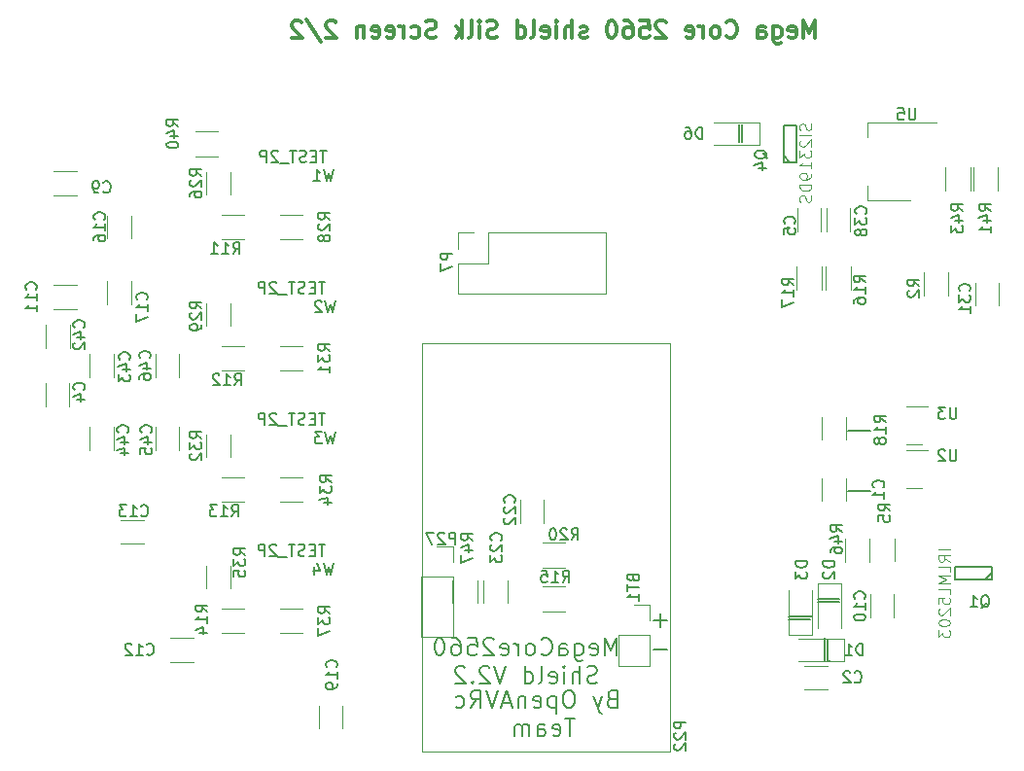
<source format=gbr>
G04 #@! TF.GenerationSoftware,KiCad,Pcbnew,(5.1.5)-3*
G04 #@! TF.CreationDate,2021-04-18T18:31:53+02:00*
G04 #@! TF.ProjectId,Mega_2560 core mini_full_2.2,4d656761-5f32-4353-9630-20636f726520,2.2*
G04 #@! TF.SameCoordinates,Original*
G04 #@! TF.FileFunction,Legend,Bot*
G04 #@! TF.FilePolarity,Positive*
%FSLAX46Y46*%
G04 Gerber Fmt 4.6, Leading zero omitted, Abs format (unit mm)*
G04 Created by KiCad (PCBNEW (5.1.5)-3) date 2021-04-18 18:31:53*
%MOMM*%
%LPD*%
G04 APERTURE LIST*
%ADD10C,0.150000*%
%ADD11C,0.210000*%
%ADD12C,0.300000*%
%ADD13C,0.120000*%
%ADD14C,0.100000*%
G04 APERTURE END LIST*
D10*
X214091520Y-97566480D02*
X212186520Y-97566480D01*
X214091520Y-92359480D02*
X212186520Y-92359480D01*
X210154520Y-110393480D02*
X210154520Y-112298480D01*
X210535520Y-112298480D02*
X210535520Y-112425480D01*
X210408520Y-110520480D02*
X210408520Y-112298480D01*
X211424520Y-107218480D02*
X209519520Y-107218480D01*
X209519520Y-106964480D02*
X211424520Y-106964480D01*
X206979520Y-108742480D02*
X208884520Y-108742480D01*
X209011520Y-108488480D02*
X206979520Y-108488480D01*
X202915520Y-67213480D02*
X202915520Y-65689480D01*
X202661520Y-67213480D02*
X202661520Y-65689480D01*
D11*
X195232091Y-111389622D02*
X196374948Y-111389622D01*
X195232091Y-108849622D02*
X196374948Y-108849622D01*
X195803520Y-109421051D02*
X195803520Y-108278194D01*
D12*
X209282520Y-58113051D02*
X209282520Y-56613051D01*
X208782520Y-57684480D01*
X208282520Y-56613051D01*
X208282520Y-58113051D01*
X206996805Y-58041622D02*
X207139662Y-58113051D01*
X207425377Y-58113051D01*
X207568234Y-58041622D01*
X207639662Y-57898765D01*
X207639662Y-57327337D01*
X207568234Y-57184480D01*
X207425377Y-57113051D01*
X207139662Y-57113051D01*
X206996805Y-57184480D01*
X206925377Y-57327337D01*
X206925377Y-57470194D01*
X207639662Y-57613051D01*
X205639662Y-57113051D02*
X205639662Y-58327337D01*
X205711091Y-58470194D01*
X205782520Y-58541622D01*
X205925377Y-58613051D01*
X206139662Y-58613051D01*
X206282520Y-58541622D01*
X205639662Y-58041622D02*
X205782520Y-58113051D01*
X206068234Y-58113051D01*
X206211091Y-58041622D01*
X206282520Y-57970194D01*
X206353948Y-57827337D01*
X206353948Y-57398765D01*
X206282520Y-57255908D01*
X206211091Y-57184480D01*
X206068234Y-57113051D01*
X205782520Y-57113051D01*
X205639662Y-57184480D01*
X204282520Y-58113051D02*
X204282520Y-57327337D01*
X204353948Y-57184480D01*
X204496805Y-57113051D01*
X204782520Y-57113051D01*
X204925377Y-57184480D01*
X204282520Y-58041622D02*
X204425377Y-58113051D01*
X204782520Y-58113051D01*
X204925377Y-58041622D01*
X204996805Y-57898765D01*
X204996805Y-57755908D01*
X204925377Y-57613051D01*
X204782520Y-57541622D01*
X204425377Y-57541622D01*
X204282520Y-57470194D01*
X201568234Y-57970194D02*
X201639662Y-58041622D01*
X201853948Y-58113051D01*
X201996805Y-58113051D01*
X202211091Y-58041622D01*
X202353948Y-57898765D01*
X202425377Y-57755908D01*
X202496805Y-57470194D01*
X202496805Y-57255908D01*
X202425377Y-56970194D01*
X202353948Y-56827337D01*
X202211091Y-56684480D01*
X201996805Y-56613051D01*
X201853948Y-56613051D01*
X201639662Y-56684480D01*
X201568234Y-56755908D01*
X200711091Y-58113051D02*
X200853948Y-58041622D01*
X200925377Y-57970194D01*
X200996805Y-57827337D01*
X200996805Y-57398765D01*
X200925377Y-57255908D01*
X200853948Y-57184480D01*
X200711091Y-57113051D01*
X200496805Y-57113051D01*
X200353948Y-57184480D01*
X200282520Y-57255908D01*
X200211091Y-57398765D01*
X200211091Y-57827337D01*
X200282520Y-57970194D01*
X200353948Y-58041622D01*
X200496805Y-58113051D01*
X200711091Y-58113051D01*
X199568234Y-58113051D02*
X199568234Y-57113051D01*
X199568234Y-57398765D02*
X199496805Y-57255908D01*
X199425377Y-57184480D01*
X199282520Y-57113051D01*
X199139662Y-57113051D01*
X198068234Y-58041622D02*
X198211091Y-58113051D01*
X198496805Y-58113051D01*
X198639662Y-58041622D01*
X198711091Y-57898765D01*
X198711091Y-57327337D01*
X198639662Y-57184480D01*
X198496805Y-57113051D01*
X198211091Y-57113051D01*
X198068234Y-57184480D01*
X197996805Y-57327337D01*
X197996805Y-57470194D01*
X198711091Y-57613051D01*
X196282520Y-56755908D02*
X196211091Y-56684480D01*
X196068234Y-56613051D01*
X195711091Y-56613051D01*
X195568234Y-56684480D01*
X195496805Y-56755908D01*
X195425377Y-56898765D01*
X195425377Y-57041622D01*
X195496805Y-57255908D01*
X196353948Y-58113051D01*
X195425377Y-58113051D01*
X194068234Y-56613051D02*
X194782520Y-56613051D01*
X194853948Y-57327337D01*
X194782520Y-57255908D01*
X194639662Y-57184480D01*
X194282520Y-57184480D01*
X194139662Y-57255908D01*
X194068234Y-57327337D01*
X193996805Y-57470194D01*
X193996805Y-57827337D01*
X194068234Y-57970194D01*
X194139662Y-58041622D01*
X194282520Y-58113051D01*
X194639662Y-58113051D01*
X194782520Y-58041622D01*
X194853948Y-57970194D01*
X192711091Y-56613051D02*
X192996805Y-56613051D01*
X193139662Y-56684480D01*
X193211091Y-56755908D01*
X193353948Y-56970194D01*
X193425377Y-57255908D01*
X193425377Y-57827337D01*
X193353948Y-57970194D01*
X193282520Y-58041622D01*
X193139662Y-58113051D01*
X192853948Y-58113051D01*
X192711091Y-58041622D01*
X192639662Y-57970194D01*
X192568234Y-57827337D01*
X192568234Y-57470194D01*
X192639662Y-57327337D01*
X192711091Y-57255908D01*
X192853948Y-57184480D01*
X193139662Y-57184480D01*
X193282520Y-57255908D01*
X193353948Y-57327337D01*
X193425377Y-57470194D01*
X191639662Y-56613051D02*
X191496805Y-56613051D01*
X191353948Y-56684480D01*
X191282520Y-56755908D01*
X191211091Y-56898765D01*
X191139662Y-57184480D01*
X191139662Y-57541622D01*
X191211091Y-57827337D01*
X191282520Y-57970194D01*
X191353948Y-58041622D01*
X191496805Y-58113051D01*
X191639662Y-58113051D01*
X191782520Y-58041622D01*
X191853948Y-57970194D01*
X191925377Y-57827337D01*
X191996805Y-57541622D01*
X191996805Y-57184480D01*
X191925377Y-56898765D01*
X191853948Y-56755908D01*
X191782520Y-56684480D01*
X191639662Y-56613051D01*
X189425377Y-58041622D02*
X189282520Y-58113051D01*
X188996805Y-58113051D01*
X188853948Y-58041622D01*
X188782520Y-57898765D01*
X188782520Y-57827337D01*
X188853948Y-57684480D01*
X188996805Y-57613051D01*
X189211091Y-57613051D01*
X189353948Y-57541622D01*
X189425377Y-57398765D01*
X189425377Y-57327337D01*
X189353948Y-57184480D01*
X189211091Y-57113051D01*
X188996805Y-57113051D01*
X188853948Y-57184480D01*
X188139662Y-58113051D02*
X188139662Y-56613051D01*
X187496805Y-58113051D02*
X187496805Y-57327337D01*
X187568234Y-57184480D01*
X187711091Y-57113051D01*
X187925377Y-57113051D01*
X188068234Y-57184480D01*
X188139662Y-57255908D01*
X186782520Y-58113051D02*
X186782520Y-57113051D01*
X186782520Y-56613051D02*
X186853948Y-56684480D01*
X186782520Y-56755908D01*
X186711091Y-56684480D01*
X186782520Y-56613051D01*
X186782520Y-56755908D01*
X185496805Y-58041622D02*
X185639662Y-58113051D01*
X185925377Y-58113051D01*
X186068234Y-58041622D01*
X186139662Y-57898765D01*
X186139662Y-57327337D01*
X186068234Y-57184480D01*
X185925377Y-57113051D01*
X185639662Y-57113051D01*
X185496805Y-57184480D01*
X185425377Y-57327337D01*
X185425377Y-57470194D01*
X186139662Y-57613051D01*
X184568234Y-58113051D02*
X184711091Y-58041622D01*
X184782520Y-57898765D01*
X184782520Y-56613051D01*
X183353948Y-58113051D02*
X183353948Y-56613051D01*
X183353948Y-58041622D02*
X183496805Y-58113051D01*
X183782520Y-58113051D01*
X183925377Y-58041622D01*
X183996805Y-57970194D01*
X184068234Y-57827337D01*
X184068234Y-57398765D01*
X183996805Y-57255908D01*
X183925377Y-57184480D01*
X183782520Y-57113051D01*
X183496805Y-57113051D01*
X183353948Y-57184480D01*
X181568234Y-58041622D02*
X181353948Y-58113051D01*
X180996805Y-58113051D01*
X180853948Y-58041622D01*
X180782520Y-57970194D01*
X180711091Y-57827337D01*
X180711091Y-57684480D01*
X180782520Y-57541622D01*
X180853948Y-57470194D01*
X180996805Y-57398765D01*
X181282520Y-57327337D01*
X181425377Y-57255908D01*
X181496805Y-57184480D01*
X181568234Y-57041622D01*
X181568234Y-56898765D01*
X181496805Y-56755908D01*
X181425377Y-56684480D01*
X181282520Y-56613051D01*
X180925377Y-56613051D01*
X180711091Y-56684480D01*
X180068234Y-58113051D02*
X180068234Y-57113051D01*
X180068234Y-56613051D02*
X180139662Y-56684480D01*
X180068234Y-56755908D01*
X179996805Y-56684480D01*
X180068234Y-56613051D01*
X180068234Y-56755908D01*
X179139662Y-58113051D02*
X179282520Y-58041622D01*
X179353948Y-57898765D01*
X179353948Y-56613051D01*
X178568234Y-58113051D02*
X178568234Y-56613051D01*
X178425377Y-57541622D02*
X177996805Y-58113051D01*
X177996805Y-57113051D02*
X178568234Y-57684480D01*
X176282520Y-58041622D02*
X176068234Y-58113051D01*
X175711091Y-58113051D01*
X175568234Y-58041622D01*
X175496805Y-57970194D01*
X175425377Y-57827337D01*
X175425377Y-57684480D01*
X175496805Y-57541622D01*
X175568234Y-57470194D01*
X175711091Y-57398765D01*
X175996805Y-57327337D01*
X176139662Y-57255908D01*
X176211091Y-57184480D01*
X176282520Y-57041622D01*
X176282520Y-56898765D01*
X176211091Y-56755908D01*
X176139662Y-56684480D01*
X175996805Y-56613051D01*
X175639662Y-56613051D01*
X175425377Y-56684480D01*
X174139662Y-58041622D02*
X174282520Y-58113051D01*
X174568234Y-58113051D01*
X174711091Y-58041622D01*
X174782520Y-57970194D01*
X174853948Y-57827337D01*
X174853948Y-57398765D01*
X174782520Y-57255908D01*
X174711091Y-57184480D01*
X174568234Y-57113051D01*
X174282520Y-57113051D01*
X174139662Y-57184480D01*
X173496805Y-58113051D02*
X173496805Y-57113051D01*
X173496805Y-57398765D02*
X173425377Y-57255908D01*
X173353948Y-57184480D01*
X173211091Y-57113051D01*
X173068234Y-57113051D01*
X171996805Y-58041622D02*
X172139662Y-58113051D01*
X172425377Y-58113051D01*
X172568234Y-58041622D01*
X172639662Y-57898765D01*
X172639662Y-57327337D01*
X172568234Y-57184480D01*
X172425377Y-57113051D01*
X172139662Y-57113051D01*
X171996805Y-57184480D01*
X171925377Y-57327337D01*
X171925377Y-57470194D01*
X172639662Y-57613051D01*
X170711091Y-58041622D02*
X170853948Y-58113051D01*
X171139662Y-58113051D01*
X171282520Y-58041622D01*
X171353948Y-57898765D01*
X171353948Y-57327337D01*
X171282520Y-57184480D01*
X171139662Y-57113051D01*
X170853948Y-57113051D01*
X170711091Y-57184480D01*
X170639662Y-57327337D01*
X170639662Y-57470194D01*
X171353948Y-57613051D01*
X169996805Y-57113051D02*
X169996805Y-58113051D01*
X169996805Y-57255908D02*
X169925377Y-57184480D01*
X169782520Y-57113051D01*
X169568234Y-57113051D01*
X169425377Y-57184480D01*
X169353948Y-57327337D01*
X169353948Y-58113051D01*
X167568234Y-56755908D02*
X167496805Y-56684480D01*
X167353948Y-56613051D01*
X166996805Y-56613051D01*
X166853948Y-56684480D01*
X166782520Y-56755908D01*
X166711091Y-56898765D01*
X166711091Y-57041622D01*
X166782520Y-57255908D01*
X167639662Y-58113051D01*
X166711091Y-58113051D01*
X164996805Y-56541622D02*
X166282520Y-58470194D01*
X164568234Y-56755908D02*
X164496805Y-56684480D01*
X164353948Y-56613051D01*
X163996805Y-56613051D01*
X163853948Y-56684480D01*
X163782520Y-56755908D01*
X163711091Y-56898765D01*
X163711091Y-57041622D01*
X163782520Y-57255908D01*
X164639662Y-58113051D01*
X163711091Y-58113051D01*
D11*
X191572091Y-115660337D02*
X191357805Y-115731765D01*
X191286377Y-115803194D01*
X191214948Y-115946051D01*
X191214948Y-116160337D01*
X191286377Y-116303194D01*
X191357805Y-116374622D01*
X191500662Y-116446051D01*
X192072091Y-116446051D01*
X192072091Y-114946051D01*
X191572091Y-114946051D01*
X191429234Y-115017480D01*
X191357805Y-115088908D01*
X191286377Y-115231765D01*
X191286377Y-115374622D01*
X191357805Y-115517480D01*
X191429234Y-115588908D01*
X191572091Y-115660337D01*
X192072091Y-115660337D01*
X190714948Y-115446051D02*
X190357805Y-116446051D01*
X190000662Y-115446051D02*
X190357805Y-116446051D01*
X190500662Y-116803194D01*
X190572091Y-116874622D01*
X190714948Y-116946051D01*
X188000662Y-114946051D02*
X187714948Y-114946051D01*
X187572091Y-115017480D01*
X187429234Y-115160337D01*
X187357805Y-115446051D01*
X187357805Y-115946051D01*
X187429234Y-116231765D01*
X187572091Y-116374622D01*
X187714948Y-116446051D01*
X188000662Y-116446051D01*
X188143520Y-116374622D01*
X188286377Y-116231765D01*
X188357805Y-115946051D01*
X188357805Y-115446051D01*
X188286377Y-115160337D01*
X188143520Y-115017480D01*
X188000662Y-114946051D01*
X186714948Y-115446051D02*
X186714948Y-116946051D01*
X186714948Y-115517480D02*
X186572091Y-115446051D01*
X186286377Y-115446051D01*
X186143520Y-115517480D01*
X186072091Y-115588908D01*
X186000662Y-115731765D01*
X186000662Y-116160337D01*
X186072091Y-116303194D01*
X186143520Y-116374622D01*
X186286377Y-116446051D01*
X186572091Y-116446051D01*
X186714948Y-116374622D01*
X184786377Y-116374622D02*
X184929234Y-116446051D01*
X185214948Y-116446051D01*
X185357805Y-116374622D01*
X185429234Y-116231765D01*
X185429234Y-115660337D01*
X185357805Y-115517480D01*
X185214948Y-115446051D01*
X184929234Y-115446051D01*
X184786377Y-115517480D01*
X184714948Y-115660337D01*
X184714948Y-115803194D01*
X185429234Y-115946051D01*
X184072091Y-115446051D02*
X184072091Y-116446051D01*
X184072091Y-115588908D02*
X184000662Y-115517480D01*
X183857805Y-115446051D01*
X183643520Y-115446051D01*
X183500662Y-115517480D01*
X183429234Y-115660337D01*
X183429234Y-116446051D01*
X182786377Y-116017480D02*
X182072091Y-116017480D01*
X182929234Y-116446051D02*
X182429234Y-114946051D01*
X181929234Y-116446051D01*
X181643520Y-114946051D02*
X181143520Y-116446051D01*
X180643520Y-114946051D01*
X179286377Y-116446051D02*
X179786377Y-115731765D01*
X180143520Y-116446051D02*
X180143520Y-114946051D01*
X179572091Y-114946051D01*
X179429234Y-115017480D01*
X179357805Y-115088908D01*
X179286377Y-115231765D01*
X179286377Y-115446051D01*
X179357805Y-115588908D01*
X179429234Y-115660337D01*
X179572091Y-115731765D01*
X180143520Y-115731765D01*
X178000662Y-116374622D02*
X178143520Y-116446051D01*
X178429234Y-116446051D01*
X178572091Y-116374622D01*
X178643520Y-116303194D01*
X178714948Y-116160337D01*
X178714948Y-115731765D01*
X178643520Y-115588908D01*
X178572091Y-115517480D01*
X178429234Y-115446051D01*
X178143520Y-115446051D01*
X178000662Y-115517480D01*
X188393520Y-117406051D02*
X187536377Y-117406051D01*
X187964948Y-118906051D02*
X187964948Y-117406051D01*
X186464948Y-118834622D02*
X186607805Y-118906051D01*
X186893520Y-118906051D01*
X187036377Y-118834622D01*
X187107805Y-118691765D01*
X187107805Y-118120337D01*
X187036377Y-117977480D01*
X186893520Y-117906051D01*
X186607805Y-117906051D01*
X186464948Y-117977480D01*
X186393520Y-118120337D01*
X186393520Y-118263194D01*
X187107805Y-118406051D01*
X185107805Y-118906051D02*
X185107805Y-118120337D01*
X185179234Y-117977480D01*
X185322091Y-117906051D01*
X185607805Y-117906051D01*
X185750662Y-117977480D01*
X185107805Y-118834622D02*
X185250662Y-118906051D01*
X185607805Y-118906051D01*
X185750662Y-118834622D01*
X185822091Y-118691765D01*
X185822091Y-118548908D01*
X185750662Y-118406051D01*
X185607805Y-118334622D01*
X185250662Y-118334622D01*
X185107805Y-118263194D01*
X184393520Y-118906051D02*
X184393520Y-117906051D01*
X184393520Y-118048908D02*
X184322091Y-117977480D01*
X184179234Y-117906051D01*
X183964948Y-117906051D01*
X183822091Y-117977480D01*
X183750662Y-118120337D01*
X183750662Y-118906051D01*
X183750662Y-118120337D02*
X183679234Y-117977480D01*
X183536377Y-117906051D01*
X183322091Y-117906051D01*
X183179234Y-117977480D01*
X183107805Y-118120337D01*
X183107805Y-118906051D01*
X192012377Y-111874051D02*
X192012377Y-110374051D01*
X191512377Y-111445480D01*
X191012377Y-110374051D01*
X191012377Y-111874051D01*
X189726662Y-111802622D02*
X189869520Y-111874051D01*
X190155234Y-111874051D01*
X190298091Y-111802622D01*
X190369520Y-111659765D01*
X190369520Y-111088337D01*
X190298091Y-110945480D01*
X190155234Y-110874051D01*
X189869520Y-110874051D01*
X189726662Y-110945480D01*
X189655234Y-111088337D01*
X189655234Y-111231194D01*
X190369520Y-111374051D01*
X188369520Y-110874051D02*
X188369520Y-112088337D01*
X188440948Y-112231194D01*
X188512377Y-112302622D01*
X188655234Y-112374051D01*
X188869520Y-112374051D01*
X189012377Y-112302622D01*
X188369520Y-111802622D02*
X188512377Y-111874051D01*
X188798091Y-111874051D01*
X188940948Y-111802622D01*
X189012377Y-111731194D01*
X189083805Y-111588337D01*
X189083805Y-111159765D01*
X189012377Y-111016908D01*
X188940948Y-110945480D01*
X188798091Y-110874051D01*
X188512377Y-110874051D01*
X188369520Y-110945480D01*
X187012377Y-111874051D02*
X187012377Y-111088337D01*
X187083805Y-110945480D01*
X187226662Y-110874051D01*
X187512377Y-110874051D01*
X187655234Y-110945480D01*
X187012377Y-111802622D02*
X187155234Y-111874051D01*
X187512377Y-111874051D01*
X187655234Y-111802622D01*
X187726662Y-111659765D01*
X187726662Y-111516908D01*
X187655234Y-111374051D01*
X187512377Y-111302622D01*
X187155234Y-111302622D01*
X187012377Y-111231194D01*
X185440948Y-111731194D02*
X185512377Y-111802622D01*
X185726662Y-111874051D01*
X185869520Y-111874051D01*
X186083805Y-111802622D01*
X186226662Y-111659765D01*
X186298091Y-111516908D01*
X186369520Y-111231194D01*
X186369520Y-111016908D01*
X186298091Y-110731194D01*
X186226662Y-110588337D01*
X186083805Y-110445480D01*
X185869520Y-110374051D01*
X185726662Y-110374051D01*
X185512377Y-110445480D01*
X185440948Y-110516908D01*
X184583805Y-111874051D02*
X184726662Y-111802622D01*
X184798091Y-111731194D01*
X184869520Y-111588337D01*
X184869520Y-111159765D01*
X184798091Y-111016908D01*
X184726662Y-110945480D01*
X184583805Y-110874051D01*
X184369520Y-110874051D01*
X184226662Y-110945480D01*
X184155234Y-111016908D01*
X184083805Y-111159765D01*
X184083805Y-111588337D01*
X184155234Y-111731194D01*
X184226662Y-111802622D01*
X184369520Y-111874051D01*
X184583805Y-111874051D01*
X183440948Y-111874051D02*
X183440948Y-110874051D01*
X183440948Y-111159765D02*
X183369520Y-111016908D01*
X183298091Y-110945480D01*
X183155234Y-110874051D01*
X183012377Y-110874051D01*
X181940948Y-111802622D02*
X182083805Y-111874051D01*
X182369520Y-111874051D01*
X182512377Y-111802622D01*
X182583805Y-111659765D01*
X182583805Y-111088337D01*
X182512377Y-110945480D01*
X182369520Y-110874051D01*
X182083805Y-110874051D01*
X181940948Y-110945480D01*
X181869520Y-111088337D01*
X181869520Y-111231194D01*
X182583805Y-111374051D01*
X181298091Y-110516908D02*
X181226662Y-110445480D01*
X181083805Y-110374051D01*
X180726662Y-110374051D01*
X180583805Y-110445480D01*
X180512377Y-110516908D01*
X180440948Y-110659765D01*
X180440948Y-110802622D01*
X180512377Y-111016908D01*
X181369520Y-111874051D01*
X180440948Y-111874051D01*
X179083805Y-110374051D02*
X179798091Y-110374051D01*
X179869520Y-111088337D01*
X179798091Y-111016908D01*
X179655234Y-110945480D01*
X179298091Y-110945480D01*
X179155234Y-111016908D01*
X179083805Y-111088337D01*
X179012377Y-111231194D01*
X179012377Y-111588337D01*
X179083805Y-111731194D01*
X179155234Y-111802622D01*
X179298091Y-111874051D01*
X179655234Y-111874051D01*
X179798091Y-111802622D01*
X179869520Y-111731194D01*
X177726662Y-110374051D02*
X178012377Y-110374051D01*
X178155234Y-110445480D01*
X178226662Y-110516908D01*
X178369520Y-110731194D01*
X178440948Y-111016908D01*
X178440948Y-111588337D01*
X178369520Y-111731194D01*
X178298091Y-111802622D01*
X178155234Y-111874051D01*
X177869520Y-111874051D01*
X177726662Y-111802622D01*
X177655234Y-111731194D01*
X177583805Y-111588337D01*
X177583805Y-111231194D01*
X177655234Y-111088337D01*
X177726662Y-111016908D01*
X177869520Y-110945480D01*
X178155234Y-110945480D01*
X178298091Y-111016908D01*
X178369520Y-111088337D01*
X178440948Y-111231194D01*
X176655234Y-110374051D02*
X176512377Y-110374051D01*
X176369520Y-110445480D01*
X176298091Y-110516908D01*
X176226662Y-110659765D01*
X176155234Y-110945480D01*
X176155234Y-111302622D01*
X176226662Y-111588337D01*
X176298091Y-111731194D01*
X176369520Y-111802622D01*
X176512377Y-111874051D01*
X176655234Y-111874051D01*
X176798091Y-111802622D01*
X176869520Y-111731194D01*
X176940948Y-111588337D01*
X177012377Y-111302622D01*
X177012377Y-110945480D01*
X176940948Y-110659765D01*
X176869520Y-110516908D01*
X176798091Y-110445480D01*
X176655234Y-110374051D01*
X190298091Y-114262622D02*
X190083805Y-114334051D01*
X189726662Y-114334051D01*
X189583805Y-114262622D01*
X189512377Y-114191194D01*
X189440948Y-114048337D01*
X189440948Y-113905480D01*
X189512377Y-113762622D01*
X189583805Y-113691194D01*
X189726662Y-113619765D01*
X190012377Y-113548337D01*
X190155234Y-113476908D01*
X190226662Y-113405480D01*
X190298091Y-113262622D01*
X190298091Y-113119765D01*
X190226662Y-112976908D01*
X190155234Y-112905480D01*
X190012377Y-112834051D01*
X189655234Y-112834051D01*
X189440948Y-112905480D01*
X188798091Y-114334051D02*
X188798091Y-112834051D01*
X188155234Y-114334051D02*
X188155234Y-113548337D01*
X188226662Y-113405480D01*
X188369520Y-113334051D01*
X188583805Y-113334051D01*
X188726662Y-113405480D01*
X188798091Y-113476908D01*
X187440948Y-114334051D02*
X187440948Y-113334051D01*
X187440948Y-112834051D02*
X187512377Y-112905480D01*
X187440948Y-112976908D01*
X187369520Y-112905480D01*
X187440948Y-112834051D01*
X187440948Y-112976908D01*
X186155234Y-114262622D02*
X186298091Y-114334051D01*
X186583805Y-114334051D01*
X186726662Y-114262622D01*
X186798091Y-114119765D01*
X186798091Y-113548337D01*
X186726662Y-113405480D01*
X186583805Y-113334051D01*
X186298091Y-113334051D01*
X186155234Y-113405480D01*
X186083805Y-113548337D01*
X186083805Y-113691194D01*
X186798091Y-113834051D01*
X185226662Y-114334051D02*
X185369520Y-114262622D01*
X185440948Y-114119765D01*
X185440948Y-112834051D01*
X184012377Y-114334051D02*
X184012377Y-112834051D01*
X184012377Y-114262622D02*
X184155234Y-114334051D01*
X184440948Y-114334051D01*
X184583805Y-114262622D01*
X184655234Y-114191194D01*
X184726662Y-114048337D01*
X184726662Y-113619765D01*
X184655234Y-113476908D01*
X184583805Y-113405480D01*
X184440948Y-113334051D01*
X184155234Y-113334051D01*
X184012377Y-113405480D01*
X182369520Y-112834051D02*
X181869520Y-114334051D01*
X181369520Y-112834051D01*
X180940948Y-112976908D02*
X180869520Y-112905480D01*
X180726662Y-112834051D01*
X180369520Y-112834051D01*
X180226662Y-112905480D01*
X180155234Y-112976908D01*
X180083805Y-113119765D01*
X180083805Y-113262622D01*
X180155234Y-113476908D01*
X181012377Y-114334051D01*
X180083805Y-114334051D01*
X179440948Y-114191194D02*
X179369520Y-114262622D01*
X179440948Y-114334051D01*
X179512377Y-114262622D01*
X179440948Y-114191194D01*
X179440948Y-114334051D01*
X178798091Y-112976908D02*
X178726662Y-112905480D01*
X178583805Y-112834051D01*
X178226662Y-112834051D01*
X178083805Y-112905480D01*
X178012377Y-112976908D01*
X177940948Y-113119765D01*
X177940948Y-113262622D01*
X178012377Y-113476908D01*
X178869520Y-114334051D01*
X177940948Y-114334051D01*
D13*
X210368520Y-114847480D02*
X208368520Y-114847480D01*
X208368520Y-112797480D02*
X210368520Y-112797480D01*
X208995520Y-110103480D02*
X206995520Y-110103480D01*
X206995520Y-110103480D02*
X206995520Y-106203480D01*
X208995520Y-110103480D02*
X208995520Y-106203480D01*
X209535520Y-105603480D02*
X211535520Y-105603480D01*
X211535520Y-105603480D02*
X211535520Y-109503480D01*
X209535520Y-105603480D02*
X209535520Y-109503480D01*
X211769520Y-110409480D02*
X211769520Y-112409480D01*
X211769520Y-112409480D02*
X207869520Y-112409480D01*
X211769520Y-110409480D02*
X207869520Y-110409480D01*
X216132520Y-106575480D02*
X216132520Y-108575480D01*
X214082520Y-108575480D02*
X214082520Y-106575480D01*
X211941520Y-96439480D02*
X211941520Y-98439480D01*
X209891520Y-98439480D02*
X209891520Y-96439480D01*
X223226520Y-81421480D02*
X223226520Y-79421480D01*
X225276520Y-79421480D02*
X225276520Y-81421480D01*
X210272520Y-74944480D02*
X210272520Y-72944480D01*
X212322520Y-72944480D02*
X212322520Y-74944480D01*
X207732520Y-74944480D02*
X207732520Y-72944480D01*
X209782520Y-72944480D02*
X209782520Y-74944480D01*
X204403520Y-65451480D02*
X204403520Y-67451480D01*
X204403520Y-67451480D02*
X200503520Y-67451480D01*
X204403520Y-65451480D02*
X200503520Y-65451480D01*
X196692520Y-120299480D02*
X175102520Y-120299480D01*
X175102520Y-120299480D02*
X175102520Y-84739480D01*
X175102520Y-84739480D02*
X196692520Y-84739480D01*
X196692520Y-84739480D02*
X196692520Y-120299480D01*
X183602520Y-100344480D02*
X183602520Y-98344480D01*
X185652520Y-98344480D02*
X185652520Y-100344480D01*
X180427520Y-107329480D02*
X180427520Y-105329480D01*
X182477520Y-105329480D02*
X182477520Y-107329480D01*
X166076520Y-118251480D02*
X166076520Y-116251480D01*
X168126520Y-116251480D02*
X168126520Y-118251480D01*
X155147520Y-112434480D02*
X153147520Y-112434480D01*
X153147520Y-110384480D02*
X155147520Y-110384480D01*
X148829520Y-100097480D02*
X150829520Y-100097480D01*
X150829520Y-102147480D02*
X148829520Y-102147480D01*
X153902520Y-91994480D02*
X153902520Y-93994480D01*
X151852520Y-93994480D02*
X151852520Y-91994480D01*
X148187520Y-91994480D02*
X148187520Y-93994480D01*
X146137520Y-93994480D02*
X146137520Y-91994480D01*
X146137520Y-87644480D02*
X146137520Y-85644480D01*
X148187520Y-85644480D02*
X148187520Y-87644480D01*
X151852520Y-87644480D02*
X151852520Y-85644480D01*
X153902520Y-85644480D02*
X153902520Y-87644480D01*
X142987520Y-79650480D02*
X144987520Y-79650480D01*
X144987520Y-81700480D02*
X142987520Y-81700480D01*
X144377520Y-83104480D02*
X144377520Y-85104480D01*
X142327520Y-85104480D02*
X142327520Y-83104480D01*
X147661520Y-81294480D02*
X147661520Y-79294480D01*
X149711520Y-79294480D02*
X149711520Y-81294480D01*
X149711520Y-73579480D02*
X149711520Y-75579480D01*
X147661520Y-75579480D02*
X147661520Y-73579480D01*
X142987520Y-69744480D02*
X144987520Y-69744480D01*
X144987520Y-71794480D02*
X142987520Y-71794480D01*
X194907520Y-110139480D02*
X194907520Y-112799480D01*
X194907520Y-112799480D02*
X192127520Y-112799480D01*
X192127520Y-112799480D02*
X192127520Y-110139480D01*
X192127520Y-110139480D02*
X194907520Y-110139480D01*
X194907520Y-108869480D02*
X194907520Y-107479480D01*
X194907520Y-107479480D02*
X193517520Y-107479480D01*
X144372520Y-88184480D02*
X144372520Y-90184480D01*
X142332520Y-90184480D02*
X142332520Y-88184480D01*
D10*
X224642520Y-104171480D02*
X221442520Y-104171480D01*
X224642520Y-105271480D02*
X221442520Y-105271480D01*
X221442520Y-104171480D02*
X221442520Y-105271480D01*
X224642520Y-104171480D02*
X224642520Y-105271480D01*
X224642520Y-104721480D02*
X224092520Y-105271480D01*
X207106520Y-68940480D02*
X206556520Y-68390480D01*
X207656520Y-68940480D02*
X206556520Y-68940480D01*
X207656520Y-65740480D02*
X206556520Y-65740480D01*
X206556520Y-68940480D02*
X206556520Y-65740480D01*
X207656520Y-68940480D02*
X207656520Y-65740480D01*
D13*
X218736520Y-78532480D02*
X218736520Y-80532480D01*
X220876520Y-80532480D02*
X220876520Y-78532480D01*
X216177520Y-103699480D02*
X216177520Y-101699480D01*
X214037520Y-101699480D02*
X214037520Y-103699480D01*
X159592520Y-73509480D02*
X157592520Y-73509480D01*
X157592520Y-75649480D02*
X159592520Y-75649480D01*
X157592520Y-87079480D02*
X159592520Y-87079480D01*
X159592520Y-84939480D02*
X157592520Y-84939480D01*
X159592520Y-96369480D02*
X157592520Y-96369480D01*
X157592520Y-98509480D02*
X159592520Y-98509480D01*
X157592520Y-109939480D02*
X159592520Y-109939480D01*
X159592520Y-107799480D02*
X157592520Y-107799480D01*
X187532520Y-105894480D02*
X185532520Y-105894480D01*
X185532520Y-108034480D02*
X187532520Y-108034480D01*
X210227520Y-78024480D02*
X210227520Y-80024480D01*
X212367520Y-80024480D02*
X212367520Y-78024480D01*
X209827520Y-80024480D02*
X209827520Y-78024480D01*
X207687520Y-78024480D02*
X207687520Y-80024480D01*
X211986520Y-93105480D02*
X211986520Y-91105480D01*
X209846520Y-91105480D02*
X209846520Y-93105480D01*
X185532520Y-104224480D02*
X187532520Y-104224480D01*
X187532520Y-102084480D02*
X185532520Y-102084480D01*
X158392520Y-71769480D02*
X158392520Y-69769480D01*
X156252520Y-69769480D02*
X156252520Y-71769480D01*
X164672520Y-73509480D02*
X162672520Y-73509480D01*
X162672520Y-75649480D02*
X164672520Y-75649480D01*
X158392520Y-83199480D02*
X158392520Y-81199480D01*
X156252520Y-81199480D02*
X156252520Y-83199480D01*
X164672520Y-84939480D02*
X162672520Y-84939480D01*
X162672520Y-87079480D02*
X164672520Y-87079480D01*
X158392520Y-94629480D02*
X158392520Y-92629480D01*
X156252520Y-92629480D02*
X156252520Y-94629480D01*
X164672520Y-96369480D02*
X162672520Y-96369480D01*
X162672520Y-98509480D02*
X164672520Y-98509480D01*
X158392520Y-106059480D02*
X158392520Y-104059480D01*
X156252520Y-104059480D02*
X156252520Y-106059480D01*
X164672520Y-107799480D02*
X162672520Y-107799480D01*
X162672520Y-109939480D02*
X164672520Y-109939480D01*
X157306520Y-66270480D02*
X155306520Y-66270480D01*
X155306520Y-68410480D02*
X157306520Y-68410480D01*
X223054520Y-69388480D02*
X223054520Y-71388480D01*
X225194520Y-71388480D02*
X225194520Y-69388480D01*
X222781520Y-71388480D02*
X222781520Y-69388480D01*
X220641520Y-69388480D02*
X220641520Y-71388480D01*
X214018520Y-103720480D02*
X214018520Y-101720480D01*
X211878520Y-101720480D02*
X211878520Y-103720480D01*
X218601520Y-97321480D02*
X217201520Y-97321480D01*
X217201520Y-94001480D02*
X219101520Y-94001480D01*
X217201520Y-90191480D02*
X219101520Y-90191480D01*
X218601520Y-93511480D02*
X217201520Y-93511480D01*
X213832520Y-72274480D02*
X213832520Y-71014480D01*
X213832520Y-65454480D02*
X213832520Y-66714480D01*
X217592520Y-72274480D02*
X213832520Y-72274480D01*
X219842520Y-65454480D02*
X213832520Y-65454480D01*
X180817520Y-75094480D02*
X191097520Y-75094480D01*
X191097520Y-75094480D02*
X191097520Y-80414480D01*
X191097520Y-80414480D02*
X178157520Y-80414480D01*
X178157520Y-80414480D02*
X178157520Y-77754480D01*
X178157520Y-77754480D02*
X180817520Y-77754480D01*
X180817520Y-77754480D02*
X180817520Y-75094480D01*
X179547520Y-75094480D02*
X178157520Y-75094480D01*
X178157520Y-75094480D02*
X178157520Y-76484480D01*
X177762520Y-105059480D02*
X177762520Y-110259480D01*
X177762520Y-110259480D02*
X174982520Y-110259480D01*
X174982520Y-110259480D02*
X174982520Y-105059480D01*
X174982520Y-105059480D02*
X177762520Y-105059480D01*
X177762520Y-103789480D02*
X177762520Y-102399480D01*
X177762520Y-102399480D02*
X176372520Y-102399480D01*
X177715520Y-105329480D02*
X177715520Y-107329480D01*
X179855520Y-107329480D02*
X179855520Y-105329480D01*
D10*
X212710186Y-114179622D02*
X212757805Y-114227241D01*
X212900662Y-114274860D01*
X212995900Y-114274860D01*
X213138758Y-114227241D01*
X213233996Y-114132003D01*
X213281615Y-114036765D01*
X213329234Y-113846289D01*
X213329234Y-113703432D01*
X213281615Y-113512956D01*
X213233996Y-113417718D01*
X213138758Y-113322480D01*
X212995900Y-113274860D01*
X212900662Y-113274860D01*
X212757805Y-113322480D01*
X212710186Y-113370099D01*
X212329234Y-113370099D02*
X212281615Y-113322480D01*
X212186377Y-113274860D01*
X211948281Y-113274860D01*
X211853043Y-113322480D01*
X211805424Y-113370099D01*
X211757805Y-113465337D01*
X211757805Y-113560575D01*
X211805424Y-113703432D01*
X212376853Y-114274860D01*
X211757805Y-114274860D01*
X208574900Y-103686384D02*
X207574900Y-103686384D01*
X207574900Y-103924480D01*
X207622520Y-104067337D01*
X207717758Y-104162575D01*
X207812996Y-104210194D01*
X208003472Y-104257813D01*
X208146329Y-104257813D01*
X208336805Y-104210194D01*
X208432043Y-104162575D01*
X208527281Y-104067337D01*
X208574900Y-103924480D01*
X208574900Y-103686384D01*
X207574900Y-104591146D02*
X207574900Y-105210194D01*
X207955853Y-104876860D01*
X207955853Y-105019718D01*
X208003472Y-105114956D01*
X208051091Y-105162575D01*
X208146329Y-105210194D01*
X208384424Y-105210194D01*
X208479662Y-105162575D01*
X208527281Y-105114956D01*
X208574900Y-105019718D01*
X208574900Y-104734003D01*
X208527281Y-104638765D01*
X208479662Y-104591146D01*
X210987900Y-103686384D02*
X209987900Y-103686384D01*
X209987900Y-103924480D01*
X210035520Y-104067337D01*
X210130758Y-104162575D01*
X210225996Y-104210194D01*
X210416472Y-104257813D01*
X210559329Y-104257813D01*
X210749805Y-104210194D01*
X210845043Y-104162575D01*
X210940281Y-104067337D01*
X210987900Y-103924480D01*
X210987900Y-103686384D01*
X210083139Y-104638765D02*
X210035520Y-104686384D01*
X209987900Y-104781622D01*
X209987900Y-105019718D01*
X210035520Y-105114956D01*
X210083139Y-105162575D01*
X210178377Y-105210194D01*
X210273615Y-105210194D01*
X210416472Y-105162575D01*
X210987900Y-104591146D01*
X210987900Y-105210194D01*
X213432615Y-111861860D02*
X213432615Y-110861860D01*
X213194520Y-110861860D01*
X213051662Y-110909480D01*
X212956424Y-111004718D01*
X212908805Y-111099956D01*
X212861186Y-111290432D01*
X212861186Y-111433289D01*
X212908805Y-111623765D01*
X212956424Y-111719003D01*
X213051662Y-111814241D01*
X213194520Y-111861860D01*
X213432615Y-111861860D01*
X211908805Y-111861860D02*
X212480234Y-111861860D01*
X212194520Y-111861860D02*
X212194520Y-110861860D01*
X212289758Y-111004718D01*
X212384996Y-111099956D01*
X212480234Y-111147575D01*
X213559662Y-106956622D02*
X213607281Y-106909003D01*
X213654900Y-106766146D01*
X213654900Y-106670908D01*
X213607281Y-106528051D01*
X213512043Y-106432813D01*
X213416805Y-106385194D01*
X213226329Y-106337575D01*
X213083472Y-106337575D01*
X212892996Y-106385194D01*
X212797758Y-106432813D01*
X212702520Y-106528051D01*
X212654900Y-106670908D01*
X212654900Y-106766146D01*
X212702520Y-106909003D01*
X212750139Y-106956622D01*
X213654900Y-107909003D02*
X213654900Y-107337575D01*
X213654900Y-107623289D02*
X212654900Y-107623289D01*
X212797758Y-107528051D01*
X212892996Y-107432813D01*
X212940615Y-107337575D01*
X212654900Y-108528051D02*
X212654900Y-108623289D01*
X212702520Y-108718527D01*
X212750139Y-108766146D01*
X212845377Y-108813765D01*
X213035853Y-108861384D01*
X213273948Y-108861384D01*
X213464424Y-108813765D01*
X213559662Y-108766146D01*
X213607281Y-108718527D01*
X213654900Y-108623289D01*
X213654900Y-108528051D01*
X213607281Y-108432813D01*
X213559662Y-108385194D01*
X213464424Y-108337575D01*
X213273948Y-108289956D01*
X213035853Y-108289956D01*
X212845377Y-108337575D01*
X212750139Y-108385194D01*
X212702520Y-108432813D01*
X212654900Y-108528051D01*
X215210662Y-97272813D02*
X215258281Y-97225194D01*
X215305900Y-97082337D01*
X215305900Y-96987099D01*
X215258281Y-96844241D01*
X215163043Y-96749003D01*
X215067805Y-96701384D01*
X214877329Y-96653765D01*
X214734472Y-96653765D01*
X214543996Y-96701384D01*
X214448758Y-96749003D01*
X214353520Y-96844241D01*
X214305900Y-96987099D01*
X214305900Y-97082337D01*
X214353520Y-97225194D01*
X214401139Y-97272813D01*
X215305900Y-98225194D02*
X215305900Y-97653765D01*
X215305900Y-97939480D02*
X214305900Y-97939480D01*
X214448758Y-97844241D01*
X214543996Y-97749003D01*
X214591615Y-97653765D01*
X222703662Y-80159622D02*
X222751281Y-80112003D01*
X222798900Y-79969146D01*
X222798900Y-79873908D01*
X222751281Y-79731051D01*
X222656043Y-79635813D01*
X222560805Y-79588194D01*
X222370329Y-79540575D01*
X222227472Y-79540575D01*
X222036996Y-79588194D01*
X221941758Y-79635813D01*
X221846520Y-79731051D01*
X221798900Y-79873908D01*
X221798900Y-79969146D01*
X221846520Y-80112003D01*
X221894139Y-80159622D01*
X221798900Y-80492956D02*
X221798900Y-81112003D01*
X222179853Y-80778670D01*
X222179853Y-80921527D01*
X222227472Y-81016765D01*
X222275091Y-81064384D01*
X222370329Y-81112003D01*
X222608424Y-81112003D01*
X222703662Y-81064384D01*
X222751281Y-81016765D01*
X222798900Y-80921527D01*
X222798900Y-80635813D01*
X222751281Y-80540575D01*
X222703662Y-80492956D01*
X222798900Y-82064384D02*
X222798900Y-81492956D01*
X222798900Y-81778670D02*
X221798900Y-81778670D01*
X221941758Y-81683432D01*
X222036996Y-81588194D01*
X222084615Y-81492956D01*
X213686662Y-73428622D02*
X213734281Y-73381003D01*
X213781900Y-73238146D01*
X213781900Y-73142908D01*
X213734281Y-73000051D01*
X213639043Y-72904813D01*
X213543805Y-72857194D01*
X213353329Y-72809575D01*
X213210472Y-72809575D01*
X213019996Y-72857194D01*
X212924758Y-72904813D01*
X212829520Y-73000051D01*
X212781900Y-73142908D01*
X212781900Y-73238146D01*
X212829520Y-73381003D01*
X212877139Y-73428622D01*
X212781900Y-73761956D02*
X212781900Y-74381003D01*
X213162853Y-74047670D01*
X213162853Y-74190527D01*
X213210472Y-74285765D01*
X213258091Y-74333384D01*
X213353329Y-74381003D01*
X213591424Y-74381003D01*
X213686662Y-74333384D01*
X213734281Y-74285765D01*
X213781900Y-74190527D01*
X213781900Y-73904813D01*
X213734281Y-73809575D01*
X213686662Y-73761956D01*
X213210472Y-74952432D02*
X213162853Y-74857194D01*
X213115234Y-74809575D01*
X213019996Y-74761956D01*
X212972377Y-74761956D01*
X212877139Y-74809575D01*
X212829520Y-74857194D01*
X212781900Y-74952432D01*
X212781900Y-75142908D01*
X212829520Y-75238146D01*
X212877139Y-75285765D01*
X212972377Y-75333384D01*
X213019996Y-75333384D01*
X213115234Y-75285765D01*
X213162853Y-75238146D01*
X213210472Y-75142908D01*
X213210472Y-74952432D01*
X213258091Y-74857194D01*
X213305710Y-74809575D01*
X213400948Y-74761956D01*
X213591424Y-74761956D01*
X213686662Y-74809575D01*
X213734281Y-74857194D01*
X213781900Y-74952432D01*
X213781900Y-75142908D01*
X213734281Y-75238146D01*
X213686662Y-75285765D01*
X213591424Y-75333384D01*
X213400948Y-75333384D01*
X213305710Y-75285765D01*
X213258091Y-75238146D01*
X213210472Y-75142908D01*
X207463662Y-74285813D02*
X207511281Y-74238194D01*
X207558900Y-74095337D01*
X207558900Y-74000099D01*
X207511281Y-73857241D01*
X207416043Y-73762003D01*
X207320805Y-73714384D01*
X207130329Y-73666765D01*
X206987472Y-73666765D01*
X206796996Y-73714384D01*
X206701758Y-73762003D01*
X206606520Y-73857241D01*
X206558900Y-74000099D01*
X206558900Y-74095337D01*
X206606520Y-74238194D01*
X206654139Y-74285813D01*
X206558900Y-75190575D02*
X206558900Y-74714384D01*
X207035091Y-74666765D01*
X206987472Y-74714384D01*
X206939853Y-74809622D01*
X206939853Y-75047718D01*
X206987472Y-75142956D01*
X207035091Y-75190575D01*
X207130329Y-75238194D01*
X207368424Y-75238194D01*
X207463662Y-75190575D01*
X207511281Y-75142956D01*
X207558900Y-75047718D01*
X207558900Y-74809622D01*
X207511281Y-74714384D01*
X207463662Y-74666765D01*
X199462615Y-66903860D02*
X199462615Y-65903860D01*
X199224520Y-65903860D01*
X199081662Y-65951480D01*
X198986424Y-66046718D01*
X198938805Y-66141956D01*
X198891186Y-66332432D01*
X198891186Y-66475289D01*
X198938805Y-66665765D01*
X198986424Y-66761003D01*
X199081662Y-66856241D01*
X199224520Y-66903860D01*
X199462615Y-66903860D01*
X198034043Y-65903860D02*
X198224520Y-65903860D01*
X198319758Y-65951480D01*
X198367377Y-65999099D01*
X198462615Y-66141956D01*
X198510234Y-66332432D01*
X198510234Y-66713384D01*
X198462615Y-66808622D01*
X198414996Y-66856241D01*
X198319758Y-66903860D01*
X198129281Y-66903860D01*
X198034043Y-66856241D01*
X197986424Y-66808622D01*
X197938805Y-66713384D01*
X197938805Y-66475289D01*
X197986424Y-66380051D01*
X198034043Y-66332432D01*
X198129281Y-66284813D01*
X198319758Y-66284813D01*
X198414996Y-66332432D01*
X198462615Y-66380051D01*
X198510234Y-66475289D01*
X198033900Y-117688194D02*
X197033900Y-117688194D01*
X197033900Y-118069146D01*
X197081520Y-118164384D01*
X197129139Y-118212003D01*
X197224377Y-118259622D01*
X197367234Y-118259622D01*
X197462472Y-118212003D01*
X197510091Y-118164384D01*
X197557710Y-118069146D01*
X197557710Y-117688194D01*
X197129139Y-118640575D02*
X197081520Y-118688194D01*
X197033900Y-118783432D01*
X197033900Y-119021527D01*
X197081520Y-119116765D01*
X197129139Y-119164384D01*
X197224377Y-119212003D01*
X197319615Y-119212003D01*
X197462472Y-119164384D01*
X198033900Y-118592956D01*
X198033900Y-119212003D01*
X197129139Y-119592956D02*
X197081520Y-119640575D01*
X197033900Y-119735813D01*
X197033900Y-119973908D01*
X197081520Y-120069146D01*
X197129139Y-120116765D01*
X197224377Y-120164384D01*
X197319615Y-120164384D01*
X197462472Y-120116765D01*
X198033900Y-119545337D01*
X198033900Y-120164384D01*
X183079662Y-98574622D02*
X183127281Y-98527003D01*
X183174900Y-98384146D01*
X183174900Y-98288908D01*
X183127281Y-98146051D01*
X183032043Y-98050813D01*
X182936805Y-98003194D01*
X182746329Y-97955575D01*
X182603472Y-97955575D01*
X182412996Y-98003194D01*
X182317758Y-98050813D01*
X182222520Y-98146051D01*
X182174900Y-98288908D01*
X182174900Y-98384146D01*
X182222520Y-98527003D01*
X182270139Y-98574622D01*
X182270139Y-98955575D02*
X182222520Y-99003194D01*
X182174900Y-99098432D01*
X182174900Y-99336527D01*
X182222520Y-99431765D01*
X182270139Y-99479384D01*
X182365377Y-99527003D01*
X182460615Y-99527003D01*
X182603472Y-99479384D01*
X183174900Y-98907956D01*
X183174900Y-99527003D01*
X182270139Y-99907956D02*
X182222520Y-99955575D01*
X182174900Y-100050813D01*
X182174900Y-100288908D01*
X182222520Y-100384146D01*
X182270139Y-100431765D01*
X182365377Y-100479384D01*
X182460615Y-100479384D01*
X182603472Y-100431765D01*
X183174900Y-99860337D01*
X183174900Y-100479384D01*
X181936662Y-101876622D02*
X181984281Y-101829003D01*
X182031900Y-101686146D01*
X182031900Y-101590908D01*
X181984281Y-101448051D01*
X181889043Y-101352813D01*
X181793805Y-101305194D01*
X181603329Y-101257575D01*
X181460472Y-101257575D01*
X181269996Y-101305194D01*
X181174758Y-101352813D01*
X181079520Y-101448051D01*
X181031900Y-101590908D01*
X181031900Y-101686146D01*
X181079520Y-101829003D01*
X181127139Y-101876622D01*
X181127139Y-102257575D02*
X181079520Y-102305194D01*
X181031900Y-102400432D01*
X181031900Y-102638527D01*
X181079520Y-102733765D01*
X181127139Y-102781384D01*
X181222377Y-102829003D01*
X181317615Y-102829003D01*
X181460472Y-102781384D01*
X182031900Y-102209956D01*
X182031900Y-102829003D01*
X181031900Y-103162337D02*
X181031900Y-103781384D01*
X181412853Y-103448051D01*
X181412853Y-103590908D01*
X181460472Y-103686146D01*
X181508091Y-103733765D01*
X181603329Y-103781384D01*
X181841424Y-103781384D01*
X181936662Y-103733765D01*
X181984281Y-103686146D01*
X182031900Y-103590908D01*
X182031900Y-103305194D01*
X181984281Y-103209956D01*
X181936662Y-103162337D01*
X167585662Y-112925622D02*
X167633281Y-112878003D01*
X167680900Y-112735146D01*
X167680900Y-112639908D01*
X167633281Y-112497051D01*
X167538043Y-112401813D01*
X167442805Y-112354194D01*
X167252329Y-112306575D01*
X167109472Y-112306575D01*
X166918996Y-112354194D01*
X166823758Y-112401813D01*
X166728520Y-112497051D01*
X166680900Y-112639908D01*
X166680900Y-112735146D01*
X166728520Y-112878003D01*
X166776139Y-112925622D01*
X167680900Y-113878003D02*
X167680900Y-113306575D01*
X167680900Y-113592289D02*
X166680900Y-113592289D01*
X166823758Y-113497051D01*
X166918996Y-113401813D01*
X166966615Y-113306575D01*
X167680900Y-114354194D02*
X167680900Y-114544670D01*
X167633281Y-114639908D01*
X167585662Y-114687527D01*
X167442805Y-114782765D01*
X167252329Y-114830384D01*
X166871377Y-114830384D01*
X166776139Y-114782765D01*
X166728520Y-114735146D01*
X166680900Y-114639908D01*
X166680900Y-114449432D01*
X166728520Y-114354194D01*
X166776139Y-114306575D01*
X166871377Y-114258956D01*
X167109472Y-114258956D01*
X167204710Y-114306575D01*
X167252329Y-114354194D01*
X167299948Y-114449432D01*
X167299948Y-114639908D01*
X167252329Y-114735146D01*
X167204710Y-114782765D01*
X167109472Y-114830384D01*
X151107377Y-111766622D02*
X151154996Y-111814241D01*
X151297853Y-111861860D01*
X151393091Y-111861860D01*
X151535948Y-111814241D01*
X151631186Y-111719003D01*
X151678805Y-111623765D01*
X151726424Y-111433289D01*
X151726424Y-111290432D01*
X151678805Y-111099956D01*
X151631186Y-111004718D01*
X151535948Y-110909480D01*
X151393091Y-110861860D01*
X151297853Y-110861860D01*
X151154996Y-110909480D01*
X151107377Y-110957099D01*
X150154996Y-111861860D02*
X150726424Y-111861860D01*
X150440710Y-111861860D02*
X150440710Y-110861860D01*
X150535948Y-111004718D01*
X150631186Y-111099956D01*
X150726424Y-111147575D01*
X149774043Y-110957099D02*
X149726424Y-110909480D01*
X149631186Y-110861860D01*
X149393091Y-110861860D01*
X149297853Y-110909480D01*
X149250234Y-110957099D01*
X149202615Y-111052337D01*
X149202615Y-111147575D01*
X149250234Y-111290432D01*
X149821662Y-111861860D01*
X149202615Y-111861860D01*
X150599377Y-99701622D02*
X150646996Y-99749241D01*
X150789853Y-99796860D01*
X150885091Y-99796860D01*
X151027948Y-99749241D01*
X151123186Y-99654003D01*
X151170805Y-99558765D01*
X151218424Y-99368289D01*
X151218424Y-99225432D01*
X151170805Y-99034956D01*
X151123186Y-98939718D01*
X151027948Y-98844480D01*
X150885091Y-98796860D01*
X150789853Y-98796860D01*
X150646996Y-98844480D01*
X150599377Y-98892099D01*
X149646996Y-99796860D02*
X150218424Y-99796860D01*
X149932710Y-99796860D02*
X149932710Y-98796860D01*
X150027948Y-98939718D01*
X150123186Y-99034956D01*
X150218424Y-99082575D01*
X149313662Y-98796860D02*
X148694615Y-98796860D01*
X149027948Y-99177813D01*
X148885091Y-99177813D01*
X148789853Y-99225432D01*
X148742234Y-99273051D01*
X148694615Y-99368289D01*
X148694615Y-99606384D01*
X148742234Y-99701622D01*
X148789853Y-99749241D01*
X148885091Y-99796860D01*
X149170805Y-99796860D01*
X149266043Y-99749241D01*
X149313662Y-99701622D01*
X151456662Y-92478622D02*
X151504281Y-92431003D01*
X151551900Y-92288146D01*
X151551900Y-92192908D01*
X151504281Y-92050051D01*
X151409043Y-91954813D01*
X151313805Y-91907194D01*
X151123329Y-91859575D01*
X150980472Y-91859575D01*
X150789996Y-91907194D01*
X150694758Y-91954813D01*
X150599520Y-92050051D01*
X150551900Y-92192908D01*
X150551900Y-92288146D01*
X150599520Y-92431003D01*
X150647139Y-92478622D01*
X150885234Y-93335765D02*
X151551900Y-93335765D01*
X150504281Y-93097670D02*
X151218567Y-92859575D01*
X151218567Y-93478622D01*
X150551900Y-94335765D02*
X150551900Y-93859575D01*
X151028091Y-93811956D01*
X150980472Y-93859575D01*
X150932853Y-93954813D01*
X150932853Y-94192908D01*
X150980472Y-94288146D01*
X151028091Y-94335765D01*
X151123329Y-94383384D01*
X151361424Y-94383384D01*
X151456662Y-94335765D01*
X151504281Y-94288146D01*
X151551900Y-94192908D01*
X151551900Y-93954813D01*
X151504281Y-93859575D01*
X151456662Y-93811956D01*
X149424662Y-92478622D02*
X149472281Y-92431003D01*
X149519900Y-92288146D01*
X149519900Y-92192908D01*
X149472281Y-92050051D01*
X149377043Y-91954813D01*
X149281805Y-91907194D01*
X149091329Y-91859575D01*
X148948472Y-91859575D01*
X148757996Y-91907194D01*
X148662758Y-91954813D01*
X148567520Y-92050051D01*
X148519900Y-92192908D01*
X148519900Y-92288146D01*
X148567520Y-92431003D01*
X148615139Y-92478622D01*
X148853234Y-93335765D02*
X149519900Y-93335765D01*
X148472281Y-93097670D02*
X149186567Y-92859575D01*
X149186567Y-93478622D01*
X148853234Y-94288146D02*
X149519900Y-94288146D01*
X148472281Y-94050051D02*
X149186567Y-93811956D01*
X149186567Y-94431003D01*
X149551662Y-86128622D02*
X149599281Y-86081003D01*
X149646900Y-85938146D01*
X149646900Y-85842908D01*
X149599281Y-85700051D01*
X149504043Y-85604813D01*
X149408805Y-85557194D01*
X149218329Y-85509575D01*
X149075472Y-85509575D01*
X148884996Y-85557194D01*
X148789758Y-85604813D01*
X148694520Y-85700051D01*
X148646900Y-85842908D01*
X148646900Y-85938146D01*
X148694520Y-86081003D01*
X148742139Y-86128622D01*
X148980234Y-86985765D02*
X149646900Y-86985765D01*
X148599281Y-86747670D02*
X149313567Y-86509575D01*
X149313567Y-87128622D01*
X148646900Y-87414337D02*
X148646900Y-88033384D01*
X149027853Y-87700051D01*
X149027853Y-87842908D01*
X149075472Y-87938146D01*
X149123091Y-87985765D01*
X149218329Y-88033384D01*
X149456424Y-88033384D01*
X149551662Y-87985765D01*
X149599281Y-87938146D01*
X149646900Y-87842908D01*
X149646900Y-87557194D01*
X149599281Y-87461956D01*
X149551662Y-87414337D01*
X151342362Y-86014322D02*
X151389981Y-85966703D01*
X151437600Y-85823846D01*
X151437600Y-85728608D01*
X151389981Y-85585751D01*
X151294743Y-85490513D01*
X151199505Y-85442894D01*
X151009029Y-85395275D01*
X150866172Y-85395275D01*
X150675696Y-85442894D01*
X150580458Y-85490513D01*
X150485220Y-85585751D01*
X150437600Y-85728608D01*
X150437600Y-85823846D01*
X150485220Y-85966703D01*
X150532839Y-86014322D01*
X150770934Y-86871465D02*
X151437600Y-86871465D01*
X150389981Y-86633370D02*
X151104267Y-86395275D01*
X151104267Y-87014322D01*
X150437600Y-87823846D02*
X150437600Y-87633370D01*
X150485220Y-87538132D01*
X150532839Y-87490513D01*
X150675696Y-87395275D01*
X150866172Y-87347656D01*
X151247124Y-87347656D01*
X151342362Y-87395275D01*
X151389981Y-87442894D01*
X151437600Y-87538132D01*
X151437600Y-87728608D01*
X151389981Y-87823846D01*
X151342362Y-87871465D01*
X151247124Y-87919084D01*
X151009029Y-87919084D01*
X150913791Y-87871465D01*
X150866172Y-87823846D01*
X150818553Y-87728608D01*
X150818553Y-87538132D01*
X150866172Y-87442894D01*
X150913791Y-87395275D01*
X151009029Y-87347656D01*
X141423662Y-80032622D02*
X141471281Y-79985003D01*
X141518900Y-79842146D01*
X141518900Y-79746908D01*
X141471281Y-79604051D01*
X141376043Y-79508813D01*
X141280805Y-79461194D01*
X141090329Y-79413575D01*
X140947472Y-79413575D01*
X140756996Y-79461194D01*
X140661758Y-79508813D01*
X140566520Y-79604051D01*
X140518900Y-79746908D01*
X140518900Y-79842146D01*
X140566520Y-79985003D01*
X140614139Y-80032622D01*
X141518900Y-80985003D02*
X141518900Y-80413575D01*
X141518900Y-80699289D02*
X140518900Y-80699289D01*
X140661758Y-80604051D01*
X140756996Y-80508813D01*
X140804615Y-80413575D01*
X141518900Y-81937384D02*
X141518900Y-81365956D01*
X141518900Y-81651670D02*
X140518900Y-81651670D01*
X140661758Y-81556432D01*
X140756996Y-81461194D01*
X140804615Y-81365956D01*
X145614662Y-83334622D02*
X145662281Y-83287003D01*
X145709900Y-83144146D01*
X145709900Y-83048908D01*
X145662281Y-82906051D01*
X145567043Y-82810813D01*
X145471805Y-82763194D01*
X145281329Y-82715575D01*
X145138472Y-82715575D01*
X144947996Y-82763194D01*
X144852758Y-82810813D01*
X144757520Y-82906051D01*
X144709900Y-83048908D01*
X144709900Y-83144146D01*
X144757520Y-83287003D01*
X144805139Y-83334622D01*
X145043234Y-84191765D02*
X145709900Y-84191765D01*
X144662281Y-83953670D02*
X145376567Y-83715575D01*
X145376567Y-84334622D01*
X144805139Y-84667956D02*
X144757520Y-84715575D01*
X144709900Y-84810813D01*
X144709900Y-85048908D01*
X144757520Y-85144146D01*
X144805139Y-85191765D01*
X144900377Y-85239384D01*
X144995615Y-85239384D01*
X145138472Y-85191765D01*
X145709900Y-84620337D01*
X145709900Y-85239384D01*
X151075662Y-80921622D02*
X151123281Y-80874003D01*
X151170900Y-80731146D01*
X151170900Y-80635908D01*
X151123281Y-80493051D01*
X151028043Y-80397813D01*
X150932805Y-80350194D01*
X150742329Y-80302575D01*
X150599472Y-80302575D01*
X150408996Y-80350194D01*
X150313758Y-80397813D01*
X150218520Y-80493051D01*
X150170900Y-80635908D01*
X150170900Y-80731146D01*
X150218520Y-80874003D01*
X150266139Y-80921622D01*
X151170900Y-81874003D02*
X151170900Y-81302575D01*
X151170900Y-81588289D02*
X150170900Y-81588289D01*
X150313758Y-81493051D01*
X150408996Y-81397813D01*
X150456615Y-81302575D01*
X150170900Y-82207337D02*
X150170900Y-82874003D01*
X151170900Y-82445432D01*
X147392662Y-73936622D02*
X147440281Y-73889003D01*
X147487900Y-73746146D01*
X147487900Y-73650908D01*
X147440281Y-73508051D01*
X147345043Y-73412813D01*
X147249805Y-73365194D01*
X147059329Y-73317575D01*
X146916472Y-73317575D01*
X146725996Y-73365194D01*
X146630758Y-73412813D01*
X146535520Y-73508051D01*
X146487900Y-73650908D01*
X146487900Y-73746146D01*
X146535520Y-73889003D01*
X146583139Y-73936622D01*
X147487900Y-74889003D02*
X147487900Y-74317575D01*
X147487900Y-74603289D02*
X146487900Y-74603289D01*
X146630758Y-74508051D01*
X146725996Y-74412813D01*
X146773615Y-74317575D01*
X146487900Y-75746146D02*
X146487900Y-75555670D01*
X146535520Y-75460432D01*
X146583139Y-75412813D01*
X146725996Y-75317575D01*
X146916472Y-75269956D01*
X147297424Y-75269956D01*
X147392662Y-75317575D01*
X147440281Y-75365194D01*
X147487900Y-75460432D01*
X147487900Y-75650908D01*
X147440281Y-75746146D01*
X147392662Y-75793765D01*
X147297424Y-75841384D01*
X147059329Y-75841384D01*
X146964091Y-75793765D01*
X146916472Y-75746146D01*
X146868853Y-75650908D01*
X146868853Y-75460432D01*
X146916472Y-75365194D01*
X146964091Y-75317575D01*
X147059329Y-75269956D01*
X147329186Y-71507622D02*
X147376805Y-71555241D01*
X147519662Y-71602860D01*
X147614900Y-71602860D01*
X147757758Y-71555241D01*
X147852996Y-71460003D01*
X147900615Y-71364765D01*
X147948234Y-71174289D01*
X147948234Y-71031432D01*
X147900615Y-70840956D01*
X147852996Y-70745718D01*
X147757758Y-70650480D01*
X147614900Y-70602860D01*
X147519662Y-70602860D01*
X147376805Y-70650480D01*
X147329186Y-70698099D01*
X146852996Y-71602860D02*
X146662520Y-71602860D01*
X146567281Y-71555241D01*
X146519662Y-71507622D01*
X146424424Y-71364765D01*
X146376805Y-71174289D01*
X146376805Y-70793337D01*
X146424424Y-70698099D01*
X146472043Y-70650480D01*
X146567281Y-70602860D01*
X146757758Y-70602860D01*
X146852996Y-70650480D01*
X146900615Y-70698099D01*
X146948234Y-70793337D01*
X146948234Y-71031432D01*
X146900615Y-71126670D01*
X146852996Y-71174289D01*
X146757758Y-71221908D01*
X146567281Y-71221908D01*
X146472043Y-71174289D01*
X146424424Y-71126670D01*
X146376805Y-71031432D01*
X193446091Y-105162765D02*
X193493710Y-105305622D01*
X193541329Y-105353241D01*
X193636567Y-105400860D01*
X193779424Y-105400860D01*
X193874662Y-105353241D01*
X193922281Y-105305622D01*
X193969900Y-105210384D01*
X193969900Y-104829432D01*
X192969900Y-104829432D01*
X192969900Y-105162765D01*
X193017520Y-105258003D01*
X193065139Y-105305622D01*
X193160377Y-105353241D01*
X193255615Y-105353241D01*
X193350853Y-105305622D01*
X193398472Y-105258003D01*
X193446091Y-105162765D01*
X193446091Y-104829432D01*
X192969900Y-105686575D02*
X192969900Y-106258003D01*
X193969900Y-105972289D02*
X192969900Y-105972289D01*
X193969900Y-107115146D02*
X193969900Y-106543718D01*
X193969900Y-106829432D02*
X192969900Y-106829432D01*
X193112758Y-106734194D01*
X193207996Y-106638956D01*
X193255615Y-106543718D01*
X145614662Y-88763813D02*
X145662281Y-88716194D01*
X145709900Y-88573337D01*
X145709900Y-88478099D01*
X145662281Y-88335241D01*
X145567043Y-88240003D01*
X145471805Y-88192384D01*
X145281329Y-88144765D01*
X145138472Y-88144765D01*
X144947996Y-88192384D01*
X144852758Y-88240003D01*
X144757520Y-88335241D01*
X144709900Y-88478099D01*
X144709900Y-88573337D01*
X144757520Y-88716194D01*
X144805139Y-88763813D01*
X145043234Y-89620956D02*
X145709900Y-89620956D01*
X144662281Y-89382860D02*
X145376567Y-89144765D01*
X145376567Y-89763813D01*
X223711758Y-107766099D02*
X223806996Y-107718480D01*
X223902234Y-107623241D01*
X224045091Y-107480384D01*
X224140329Y-107432765D01*
X224235567Y-107432765D01*
X224187948Y-107670860D02*
X224283186Y-107623241D01*
X224378424Y-107528003D01*
X224426043Y-107337527D01*
X224426043Y-107004194D01*
X224378424Y-106813718D01*
X224283186Y-106718480D01*
X224187948Y-106670860D01*
X223997472Y-106670860D01*
X223902234Y-106718480D01*
X223806996Y-106813718D01*
X223759377Y-107004194D01*
X223759377Y-107337527D01*
X223806996Y-107528003D01*
X223902234Y-107623241D01*
X223997472Y-107670860D01*
X224187948Y-107670860D01*
X222806996Y-107670860D02*
X223378424Y-107670860D01*
X223092710Y-107670860D02*
X223092710Y-106670860D01*
X223187948Y-106813718D01*
X223283186Y-106908956D01*
X223378424Y-106956575D01*
D14*
X221020900Y-102670765D02*
X220020900Y-102670765D01*
X221020900Y-103718384D02*
X220544710Y-103385051D01*
X221020900Y-103146956D02*
X220020900Y-103146956D01*
X220020900Y-103527908D01*
X220068520Y-103623146D01*
X220116139Y-103670765D01*
X220211377Y-103718384D01*
X220354234Y-103718384D01*
X220449472Y-103670765D01*
X220497091Y-103623146D01*
X220544710Y-103527908D01*
X220544710Y-103146956D01*
X221020900Y-104623146D02*
X221020900Y-104146956D01*
X220020900Y-104146956D01*
X221020900Y-104956480D02*
X220020900Y-104956480D01*
X220735186Y-105289813D01*
X220020900Y-105623146D01*
X221020900Y-105623146D01*
X221020900Y-106575527D02*
X221020900Y-106099337D01*
X220020900Y-106099337D01*
X220020900Y-107385051D02*
X220020900Y-106908860D01*
X220497091Y-106861241D01*
X220449472Y-106908860D01*
X220401853Y-107004099D01*
X220401853Y-107242194D01*
X220449472Y-107337432D01*
X220497091Y-107385051D01*
X220592329Y-107432670D01*
X220830424Y-107432670D01*
X220925662Y-107385051D01*
X220973281Y-107337432D01*
X221020900Y-107242194D01*
X221020900Y-107004099D01*
X220973281Y-106908860D01*
X220925662Y-106861241D01*
X220116139Y-107813622D02*
X220068520Y-107861241D01*
X220020900Y-107956480D01*
X220020900Y-108194575D01*
X220068520Y-108289813D01*
X220116139Y-108337432D01*
X220211377Y-108385051D01*
X220306615Y-108385051D01*
X220449472Y-108337432D01*
X221020900Y-107766003D01*
X221020900Y-108385051D01*
X220020900Y-109004099D02*
X220020900Y-109099337D01*
X220068520Y-109194575D01*
X220116139Y-109242194D01*
X220211377Y-109289813D01*
X220401853Y-109337432D01*
X220639948Y-109337432D01*
X220830424Y-109289813D01*
X220925662Y-109242194D01*
X220973281Y-109194575D01*
X221020900Y-109099337D01*
X221020900Y-109004099D01*
X220973281Y-108908860D01*
X220925662Y-108861241D01*
X220830424Y-108813622D01*
X220639948Y-108766003D01*
X220401853Y-108766003D01*
X220211377Y-108813622D01*
X220116139Y-108861241D01*
X220068520Y-108908860D01*
X220020900Y-109004099D01*
X220020900Y-109670765D02*
X220020900Y-110289813D01*
X220401853Y-109956480D01*
X220401853Y-110099337D01*
X220449472Y-110194575D01*
X220497091Y-110242194D01*
X220592329Y-110289813D01*
X220830424Y-110289813D01*
X220925662Y-110242194D01*
X220973281Y-110194575D01*
X221020900Y-110099337D01*
X221020900Y-109813622D01*
X220973281Y-109718384D01*
X220925662Y-109670765D01*
D10*
X205114139Y-68642241D02*
X205066520Y-68547003D01*
X204971281Y-68451765D01*
X204828424Y-68308908D01*
X204780805Y-68213670D01*
X204780805Y-68118432D01*
X205018900Y-68166051D02*
X204971281Y-68070813D01*
X204876043Y-67975575D01*
X204685567Y-67927956D01*
X204352234Y-67927956D01*
X204161758Y-67975575D01*
X204066520Y-68070813D01*
X204018900Y-68166051D01*
X204018900Y-68356527D01*
X204066520Y-68451765D01*
X204161758Y-68547003D01*
X204352234Y-68594622D01*
X204685567Y-68594622D01*
X204876043Y-68547003D01*
X204971281Y-68451765D01*
X205018900Y-68356527D01*
X205018900Y-68166051D01*
X204352234Y-69451765D02*
X205018900Y-69451765D01*
X203971281Y-69213670D02*
X204685567Y-68975575D01*
X204685567Y-69594622D01*
D14*
X208908281Y-65586718D02*
X208955900Y-65729575D01*
X208955900Y-65967670D01*
X208908281Y-66062908D01*
X208860662Y-66110527D01*
X208765424Y-66158146D01*
X208670186Y-66158146D01*
X208574948Y-66110527D01*
X208527329Y-66062908D01*
X208479710Y-65967670D01*
X208432091Y-65777194D01*
X208384472Y-65681956D01*
X208336853Y-65634337D01*
X208241615Y-65586718D01*
X208146377Y-65586718D01*
X208051139Y-65634337D01*
X208003520Y-65681956D01*
X207955900Y-65777194D01*
X207955900Y-66015289D01*
X208003520Y-66158146D01*
X208955900Y-66586718D02*
X207955900Y-66586718D01*
X208051139Y-67015289D02*
X208003520Y-67062908D01*
X207955900Y-67158146D01*
X207955900Y-67396241D01*
X208003520Y-67491480D01*
X208051139Y-67539099D01*
X208146377Y-67586718D01*
X208241615Y-67586718D01*
X208384472Y-67539099D01*
X208955900Y-66967670D01*
X208955900Y-67586718D01*
X207955900Y-67920051D02*
X207955900Y-68539099D01*
X208336853Y-68205765D01*
X208336853Y-68348622D01*
X208384472Y-68443860D01*
X208432091Y-68491480D01*
X208527329Y-68539099D01*
X208765424Y-68539099D01*
X208860662Y-68491480D01*
X208908281Y-68443860D01*
X208955900Y-68348622D01*
X208955900Y-68062908D01*
X208908281Y-67967670D01*
X208860662Y-67920051D01*
X208955900Y-69491480D02*
X208955900Y-68920051D01*
X208955900Y-69205765D02*
X207955900Y-69205765D01*
X208098758Y-69110527D01*
X208193996Y-69015289D01*
X208241615Y-68920051D01*
X208955900Y-69967670D02*
X208955900Y-70158146D01*
X208908281Y-70253384D01*
X208860662Y-70301003D01*
X208717805Y-70396241D01*
X208527329Y-70443860D01*
X208146377Y-70443860D01*
X208051139Y-70396241D01*
X208003520Y-70348622D01*
X207955900Y-70253384D01*
X207955900Y-70062908D01*
X208003520Y-69967670D01*
X208051139Y-69920051D01*
X208146377Y-69872432D01*
X208384472Y-69872432D01*
X208479710Y-69920051D01*
X208527329Y-69967670D01*
X208574948Y-70062908D01*
X208574948Y-70253384D01*
X208527329Y-70348622D01*
X208479710Y-70396241D01*
X208384472Y-70443860D01*
X208955900Y-70872432D02*
X207955900Y-70872432D01*
X207955900Y-71110527D01*
X208003520Y-71253384D01*
X208098758Y-71348622D01*
X208193996Y-71396241D01*
X208384472Y-71443860D01*
X208527329Y-71443860D01*
X208717805Y-71396241D01*
X208813043Y-71348622D01*
X208908281Y-71253384D01*
X208955900Y-71110527D01*
X208955900Y-70872432D01*
X208908281Y-71824813D02*
X208955900Y-71967670D01*
X208955900Y-72205765D01*
X208908281Y-72301003D01*
X208860662Y-72348622D01*
X208765424Y-72396241D01*
X208670186Y-72396241D01*
X208574948Y-72348622D01*
X208527329Y-72301003D01*
X208479710Y-72205765D01*
X208432091Y-72015289D01*
X208384472Y-71920051D01*
X208336853Y-71872432D01*
X208241615Y-71824813D01*
X208146377Y-71824813D01*
X208051139Y-71872432D01*
X208003520Y-71920051D01*
X207955900Y-72015289D01*
X207955900Y-72253384D01*
X208003520Y-72396241D01*
D10*
X218353900Y-79746813D02*
X217877710Y-79413480D01*
X218353900Y-79175384D02*
X217353900Y-79175384D01*
X217353900Y-79556337D01*
X217401520Y-79651575D01*
X217449139Y-79699194D01*
X217544377Y-79746813D01*
X217687234Y-79746813D01*
X217782472Y-79699194D01*
X217830091Y-79651575D01*
X217877710Y-79556337D01*
X217877710Y-79175384D01*
X217449139Y-80127765D02*
X217401520Y-80175384D01*
X217353900Y-80270622D01*
X217353900Y-80508718D01*
X217401520Y-80603956D01*
X217449139Y-80651575D01*
X217544377Y-80699194D01*
X217639615Y-80699194D01*
X217782472Y-80651575D01*
X218353900Y-80080146D01*
X218353900Y-80699194D01*
X215813900Y-99304813D02*
X215337710Y-98971480D01*
X215813900Y-98733384D02*
X214813900Y-98733384D01*
X214813900Y-99114337D01*
X214861520Y-99209575D01*
X214909139Y-99257194D01*
X215004377Y-99304813D01*
X215147234Y-99304813D01*
X215242472Y-99257194D01*
X215290091Y-99209575D01*
X215337710Y-99114337D01*
X215337710Y-98733384D01*
X214813900Y-100209575D02*
X214813900Y-99733384D01*
X215290091Y-99685765D01*
X215242472Y-99733384D01*
X215194853Y-99828622D01*
X215194853Y-100066718D01*
X215242472Y-100161956D01*
X215290091Y-100209575D01*
X215385329Y-100257194D01*
X215623424Y-100257194D01*
X215718662Y-100209575D01*
X215766281Y-100161956D01*
X215813900Y-100066718D01*
X215813900Y-99828622D01*
X215766281Y-99733384D01*
X215718662Y-99685765D01*
X158600377Y-76936860D02*
X158933710Y-76460670D01*
X159171805Y-76936860D02*
X159171805Y-75936860D01*
X158790853Y-75936860D01*
X158695615Y-75984480D01*
X158647996Y-76032099D01*
X158600377Y-76127337D01*
X158600377Y-76270194D01*
X158647996Y-76365432D01*
X158695615Y-76413051D01*
X158790853Y-76460670D01*
X159171805Y-76460670D01*
X157647996Y-76936860D02*
X158219424Y-76936860D01*
X157933710Y-76936860D02*
X157933710Y-75936860D01*
X158028948Y-76079718D01*
X158124186Y-76174956D01*
X158219424Y-76222575D01*
X156695615Y-76936860D02*
X157267043Y-76936860D01*
X156981329Y-76936860D02*
X156981329Y-75936860D01*
X157076567Y-76079718D01*
X157171805Y-76174956D01*
X157267043Y-76222575D01*
X158727377Y-88366860D02*
X159060710Y-87890670D01*
X159298805Y-88366860D02*
X159298805Y-87366860D01*
X158917853Y-87366860D01*
X158822615Y-87414480D01*
X158774996Y-87462099D01*
X158727377Y-87557337D01*
X158727377Y-87700194D01*
X158774996Y-87795432D01*
X158822615Y-87843051D01*
X158917853Y-87890670D01*
X159298805Y-87890670D01*
X157774996Y-88366860D02*
X158346424Y-88366860D01*
X158060710Y-88366860D02*
X158060710Y-87366860D01*
X158155948Y-87509718D01*
X158251186Y-87604956D01*
X158346424Y-87652575D01*
X157394043Y-87462099D02*
X157346424Y-87414480D01*
X157251186Y-87366860D01*
X157013091Y-87366860D01*
X156917853Y-87414480D01*
X156870234Y-87462099D01*
X156822615Y-87557337D01*
X156822615Y-87652575D01*
X156870234Y-87795432D01*
X157441662Y-88366860D01*
X156822615Y-88366860D01*
X158473377Y-99796860D02*
X158806710Y-99320670D01*
X159044805Y-99796860D02*
X159044805Y-98796860D01*
X158663853Y-98796860D01*
X158568615Y-98844480D01*
X158520996Y-98892099D01*
X158473377Y-98987337D01*
X158473377Y-99130194D01*
X158520996Y-99225432D01*
X158568615Y-99273051D01*
X158663853Y-99320670D01*
X159044805Y-99320670D01*
X157520996Y-99796860D02*
X158092424Y-99796860D01*
X157806710Y-99796860D02*
X157806710Y-98796860D01*
X157901948Y-98939718D01*
X157997186Y-99034956D01*
X158092424Y-99082575D01*
X157187662Y-98796860D02*
X156568615Y-98796860D01*
X156901948Y-99177813D01*
X156759091Y-99177813D01*
X156663853Y-99225432D01*
X156616234Y-99273051D01*
X156568615Y-99368289D01*
X156568615Y-99606384D01*
X156616234Y-99701622D01*
X156663853Y-99749241D01*
X156759091Y-99796860D01*
X157044805Y-99796860D01*
X157140043Y-99749241D01*
X157187662Y-99701622D01*
X156377900Y-108099622D02*
X155901710Y-107766289D01*
X156377900Y-107528194D02*
X155377900Y-107528194D01*
X155377900Y-107909146D01*
X155425520Y-108004384D01*
X155473139Y-108052003D01*
X155568377Y-108099622D01*
X155711234Y-108099622D01*
X155806472Y-108052003D01*
X155854091Y-108004384D01*
X155901710Y-107909146D01*
X155901710Y-107528194D01*
X156377900Y-109052003D02*
X156377900Y-108480575D01*
X156377900Y-108766289D02*
X155377900Y-108766289D01*
X155520758Y-108671051D01*
X155615996Y-108575813D01*
X155663615Y-108480575D01*
X155711234Y-109909146D02*
X156377900Y-109909146D01*
X155330281Y-109671051D02*
X156044567Y-109432956D01*
X156044567Y-110052003D01*
X187302377Y-105511860D02*
X187635710Y-105035670D01*
X187873805Y-105511860D02*
X187873805Y-104511860D01*
X187492853Y-104511860D01*
X187397615Y-104559480D01*
X187349996Y-104607099D01*
X187302377Y-104702337D01*
X187302377Y-104845194D01*
X187349996Y-104940432D01*
X187397615Y-104988051D01*
X187492853Y-105035670D01*
X187873805Y-105035670D01*
X186349996Y-105511860D02*
X186921424Y-105511860D01*
X186635710Y-105511860D02*
X186635710Y-104511860D01*
X186730948Y-104654718D01*
X186826186Y-104749956D01*
X186921424Y-104797575D01*
X185445234Y-104511860D02*
X185921424Y-104511860D01*
X185969043Y-104988051D01*
X185921424Y-104940432D01*
X185826186Y-104892813D01*
X185588091Y-104892813D01*
X185492853Y-104940432D01*
X185445234Y-104988051D01*
X185397615Y-105083289D01*
X185397615Y-105321384D01*
X185445234Y-105416622D01*
X185492853Y-105464241D01*
X185588091Y-105511860D01*
X185826186Y-105511860D01*
X185921424Y-105464241D01*
X185969043Y-105416622D01*
X213654900Y-79397622D02*
X213178710Y-79064289D01*
X213654900Y-78826194D02*
X212654900Y-78826194D01*
X212654900Y-79207146D01*
X212702520Y-79302384D01*
X212750139Y-79350003D01*
X212845377Y-79397622D01*
X212988234Y-79397622D01*
X213083472Y-79350003D01*
X213131091Y-79302384D01*
X213178710Y-79207146D01*
X213178710Y-78826194D01*
X213654900Y-80350003D02*
X213654900Y-79778575D01*
X213654900Y-80064289D02*
X212654900Y-80064289D01*
X212797758Y-79969051D01*
X212892996Y-79873813D01*
X212940615Y-79778575D01*
X212654900Y-81207146D02*
X212654900Y-81016670D01*
X212702520Y-80921432D01*
X212750139Y-80873813D01*
X212892996Y-80778575D01*
X213083472Y-80730956D01*
X213464424Y-80730956D01*
X213559662Y-80778575D01*
X213607281Y-80826194D01*
X213654900Y-80921432D01*
X213654900Y-81111908D01*
X213607281Y-81207146D01*
X213559662Y-81254765D01*
X213464424Y-81302384D01*
X213226329Y-81302384D01*
X213131091Y-81254765D01*
X213083472Y-81207146D01*
X213035853Y-81111908D01*
X213035853Y-80921432D01*
X213083472Y-80826194D01*
X213131091Y-80778575D01*
X213226329Y-80730956D01*
X207431900Y-79651622D02*
X206955710Y-79318289D01*
X207431900Y-79080194D02*
X206431900Y-79080194D01*
X206431900Y-79461146D01*
X206479520Y-79556384D01*
X206527139Y-79604003D01*
X206622377Y-79651622D01*
X206765234Y-79651622D01*
X206860472Y-79604003D01*
X206908091Y-79556384D01*
X206955710Y-79461146D01*
X206955710Y-79080194D01*
X207431900Y-80604003D02*
X207431900Y-80032575D01*
X207431900Y-80318289D02*
X206431900Y-80318289D01*
X206574758Y-80223051D01*
X206669996Y-80127813D01*
X206717615Y-80032575D01*
X206431900Y-80937337D02*
X206431900Y-81604003D01*
X207431900Y-81175432D01*
X215432900Y-91589622D02*
X214956710Y-91256289D01*
X215432900Y-91018194D02*
X214432900Y-91018194D01*
X214432900Y-91399146D01*
X214480520Y-91494384D01*
X214528139Y-91542003D01*
X214623377Y-91589622D01*
X214766234Y-91589622D01*
X214861472Y-91542003D01*
X214909091Y-91494384D01*
X214956710Y-91399146D01*
X214956710Y-91018194D01*
X215432900Y-92542003D02*
X215432900Y-91970575D01*
X215432900Y-92256289D02*
X214432900Y-92256289D01*
X214575758Y-92161051D01*
X214670996Y-92065813D01*
X214718615Y-91970575D01*
X214861472Y-93113432D02*
X214813853Y-93018194D01*
X214766234Y-92970575D01*
X214670996Y-92922956D01*
X214623377Y-92922956D01*
X214528139Y-92970575D01*
X214480520Y-93018194D01*
X214432900Y-93113432D01*
X214432900Y-93303908D01*
X214480520Y-93399146D01*
X214528139Y-93446765D01*
X214623377Y-93494384D01*
X214670996Y-93494384D01*
X214766234Y-93446765D01*
X214813853Y-93399146D01*
X214861472Y-93303908D01*
X214861472Y-93113432D01*
X214909091Y-93018194D01*
X214956710Y-92970575D01*
X215051948Y-92922956D01*
X215242424Y-92922956D01*
X215337662Y-92970575D01*
X215385281Y-93018194D01*
X215432900Y-93113432D01*
X215432900Y-93303908D01*
X215385281Y-93399146D01*
X215337662Y-93446765D01*
X215242424Y-93494384D01*
X215051948Y-93494384D01*
X214956710Y-93446765D01*
X214909091Y-93399146D01*
X214861472Y-93303908D01*
X188064377Y-101828860D02*
X188397710Y-101352670D01*
X188635805Y-101828860D02*
X188635805Y-100828860D01*
X188254853Y-100828860D01*
X188159615Y-100876480D01*
X188111996Y-100924099D01*
X188064377Y-101019337D01*
X188064377Y-101162194D01*
X188111996Y-101257432D01*
X188159615Y-101305051D01*
X188254853Y-101352670D01*
X188635805Y-101352670D01*
X187683424Y-100924099D02*
X187635805Y-100876480D01*
X187540567Y-100828860D01*
X187302472Y-100828860D01*
X187207234Y-100876480D01*
X187159615Y-100924099D01*
X187111996Y-101019337D01*
X187111996Y-101114575D01*
X187159615Y-101257432D01*
X187731043Y-101828860D01*
X187111996Y-101828860D01*
X186492948Y-100828860D02*
X186397710Y-100828860D01*
X186302472Y-100876480D01*
X186254853Y-100924099D01*
X186207234Y-101019337D01*
X186159615Y-101209813D01*
X186159615Y-101447908D01*
X186207234Y-101638384D01*
X186254853Y-101733622D01*
X186302472Y-101781241D01*
X186397710Y-101828860D01*
X186492948Y-101828860D01*
X186588186Y-101781241D01*
X186635805Y-101733622D01*
X186683424Y-101638384D01*
X186731043Y-101447908D01*
X186731043Y-101209813D01*
X186683424Y-101019337D01*
X186635805Y-100924099D01*
X186588186Y-100876480D01*
X186492948Y-100828860D01*
X155869900Y-70126622D02*
X155393710Y-69793289D01*
X155869900Y-69555194D02*
X154869900Y-69555194D01*
X154869900Y-69936146D01*
X154917520Y-70031384D01*
X154965139Y-70079003D01*
X155060377Y-70126622D01*
X155203234Y-70126622D01*
X155298472Y-70079003D01*
X155346091Y-70031384D01*
X155393710Y-69936146D01*
X155393710Y-69555194D01*
X154965139Y-70507575D02*
X154917520Y-70555194D01*
X154869900Y-70650432D01*
X154869900Y-70888527D01*
X154917520Y-70983765D01*
X154965139Y-71031384D01*
X155060377Y-71079003D01*
X155155615Y-71079003D01*
X155298472Y-71031384D01*
X155869900Y-70459956D01*
X155869900Y-71079003D01*
X154869900Y-71936146D02*
X154869900Y-71745670D01*
X154917520Y-71650432D01*
X154965139Y-71602813D01*
X155107996Y-71507575D01*
X155298472Y-71459956D01*
X155679424Y-71459956D01*
X155774662Y-71507575D01*
X155822281Y-71555194D01*
X155869900Y-71650432D01*
X155869900Y-71840908D01*
X155822281Y-71936146D01*
X155774662Y-71983765D01*
X155679424Y-72031384D01*
X155441329Y-72031384D01*
X155346091Y-71983765D01*
X155298472Y-71936146D01*
X155250853Y-71840908D01*
X155250853Y-71650432D01*
X155298472Y-71555194D01*
X155346091Y-71507575D01*
X155441329Y-71459956D01*
X167045900Y-73936622D02*
X166569710Y-73603289D01*
X167045900Y-73365194D02*
X166045900Y-73365194D01*
X166045900Y-73746146D01*
X166093520Y-73841384D01*
X166141139Y-73889003D01*
X166236377Y-73936622D01*
X166379234Y-73936622D01*
X166474472Y-73889003D01*
X166522091Y-73841384D01*
X166569710Y-73746146D01*
X166569710Y-73365194D01*
X166141139Y-74317575D02*
X166093520Y-74365194D01*
X166045900Y-74460432D01*
X166045900Y-74698527D01*
X166093520Y-74793765D01*
X166141139Y-74841384D01*
X166236377Y-74889003D01*
X166331615Y-74889003D01*
X166474472Y-74841384D01*
X167045900Y-74269956D01*
X167045900Y-74889003D01*
X166474472Y-75460432D02*
X166426853Y-75365194D01*
X166379234Y-75317575D01*
X166283996Y-75269956D01*
X166236377Y-75269956D01*
X166141139Y-75317575D01*
X166093520Y-75365194D01*
X166045900Y-75460432D01*
X166045900Y-75650908D01*
X166093520Y-75746146D01*
X166141139Y-75793765D01*
X166236377Y-75841384D01*
X166283996Y-75841384D01*
X166379234Y-75793765D01*
X166426853Y-75746146D01*
X166474472Y-75650908D01*
X166474472Y-75460432D01*
X166522091Y-75365194D01*
X166569710Y-75317575D01*
X166664948Y-75269956D01*
X166855424Y-75269956D01*
X166950662Y-75317575D01*
X166998281Y-75365194D01*
X167045900Y-75460432D01*
X167045900Y-75650908D01*
X166998281Y-75746146D01*
X166950662Y-75793765D01*
X166855424Y-75841384D01*
X166664948Y-75841384D01*
X166569710Y-75793765D01*
X166522091Y-75746146D01*
X166474472Y-75650908D01*
X155869900Y-81683622D02*
X155393710Y-81350289D01*
X155869900Y-81112194D02*
X154869900Y-81112194D01*
X154869900Y-81493146D01*
X154917520Y-81588384D01*
X154965139Y-81636003D01*
X155060377Y-81683622D01*
X155203234Y-81683622D01*
X155298472Y-81636003D01*
X155346091Y-81588384D01*
X155393710Y-81493146D01*
X155393710Y-81112194D01*
X154965139Y-82064575D02*
X154917520Y-82112194D01*
X154869900Y-82207432D01*
X154869900Y-82445527D01*
X154917520Y-82540765D01*
X154965139Y-82588384D01*
X155060377Y-82636003D01*
X155155615Y-82636003D01*
X155298472Y-82588384D01*
X155869900Y-82016956D01*
X155869900Y-82636003D01*
X155869900Y-83112194D02*
X155869900Y-83302670D01*
X155822281Y-83397908D01*
X155774662Y-83445527D01*
X155631805Y-83540765D01*
X155441329Y-83588384D01*
X155060377Y-83588384D01*
X154965139Y-83540765D01*
X154917520Y-83493146D01*
X154869900Y-83397908D01*
X154869900Y-83207432D01*
X154917520Y-83112194D01*
X154965139Y-83064575D01*
X155060377Y-83016956D01*
X155298472Y-83016956D01*
X155393710Y-83064575D01*
X155441329Y-83112194D01*
X155488948Y-83207432D01*
X155488948Y-83397908D01*
X155441329Y-83493146D01*
X155393710Y-83540765D01*
X155298472Y-83588384D01*
X167045900Y-85366622D02*
X166569710Y-85033289D01*
X167045900Y-84795194D02*
X166045900Y-84795194D01*
X166045900Y-85176146D01*
X166093520Y-85271384D01*
X166141139Y-85319003D01*
X166236377Y-85366622D01*
X166379234Y-85366622D01*
X166474472Y-85319003D01*
X166522091Y-85271384D01*
X166569710Y-85176146D01*
X166569710Y-84795194D01*
X166045900Y-85699956D02*
X166045900Y-86319003D01*
X166426853Y-85985670D01*
X166426853Y-86128527D01*
X166474472Y-86223765D01*
X166522091Y-86271384D01*
X166617329Y-86319003D01*
X166855424Y-86319003D01*
X166950662Y-86271384D01*
X166998281Y-86223765D01*
X167045900Y-86128527D01*
X167045900Y-85842813D01*
X166998281Y-85747575D01*
X166950662Y-85699956D01*
X167045900Y-87271384D02*
X167045900Y-86699956D01*
X167045900Y-86985670D02*
X166045900Y-86985670D01*
X166188758Y-86890432D01*
X166283996Y-86795194D01*
X166331615Y-86699956D01*
X155869900Y-92986622D02*
X155393710Y-92653289D01*
X155869900Y-92415194D02*
X154869900Y-92415194D01*
X154869900Y-92796146D01*
X154917520Y-92891384D01*
X154965139Y-92939003D01*
X155060377Y-92986622D01*
X155203234Y-92986622D01*
X155298472Y-92939003D01*
X155346091Y-92891384D01*
X155393710Y-92796146D01*
X155393710Y-92415194D01*
X154869900Y-93319956D02*
X154869900Y-93939003D01*
X155250853Y-93605670D01*
X155250853Y-93748527D01*
X155298472Y-93843765D01*
X155346091Y-93891384D01*
X155441329Y-93939003D01*
X155679424Y-93939003D01*
X155774662Y-93891384D01*
X155822281Y-93843765D01*
X155869900Y-93748527D01*
X155869900Y-93462813D01*
X155822281Y-93367575D01*
X155774662Y-93319956D01*
X154965139Y-94319956D02*
X154917520Y-94367575D01*
X154869900Y-94462813D01*
X154869900Y-94700908D01*
X154917520Y-94796146D01*
X154965139Y-94843765D01*
X155060377Y-94891384D01*
X155155615Y-94891384D01*
X155298472Y-94843765D01*
X155869900Y-94272337D01*
X155869900Y-94891384D01*
X167172900Y-96796622D02*
X166696710Y-96463289D01*
X167172900Y-96225194D02*
X166172900Y-96225194D01*
X166172900Y-96606146D01*
X166220520Y-96701384D01*
X166268139Y-96749003D01*
X166363377Y-96796622D01*
X166506234Y-96796622D01*
X166601472Y-96749003D01*
X166649091Y-96701384D01*
X166696710Y-96606146D01*
X166696710Y-96225194D01*
X166172900Y-97129956D02*
X166172900Y-97749003D01*
X166553853Y-97415670D01*
X166553853Y-97558527D01*
X166601472Y-97653765D01*
X166649091Y-97701384D01*
X166744329Y-97749003D01*
X166982424Y-97749003D01*
X167077662Y-97701384D01*
X167125281Y-97653765D01*
X167172900Y-97558527D01*
X167172900Y-97272813D01*
X167125281Y-97177575D01*
X167077662Y-97129956D01*
X166506234Y-98606146D02*
X167172900Y-98606146D01*
X166125281Y-98368051D02*
X166839567Y-98129956D01*
X166839567Y-98749003D01*
X159679900Y-103146622D02*
X159203710Y-102813289D01*
X159679900Y-102575194D02*
X158679900Y-102575194D01*
X158679900Y-102956146D01*
X158727520Y-103051384D01*
X158775139Y-103099003D01*
X158870377Y-103146622D01*
X159013234Y-103146622D01*
X159108472Y-103099003D01*
X159156091Y-103051384D01*
X159203710Y-102956146D01*
X159203710Y-102575194D01*
X158679900Y-103479956D02*
X158679900Y-104099003D01*
X159060853Y-103765670D01*
X159060853Y-103908527D01*
X159108472Y-104003765D01*
X159156091Y-104051384D01*
X159251329Y-104099003D01*
X159489424Y-104099003D01*
X159584662Y-104051384D01*
X159632281Y-104003765D01*
X159679900Y-103908527D01*
X159679900Y-103622813D01*
X159632281Y-103527575D01*
X159584662Y-103479956D01*
X158679900Y-105003765D02*
X158679900Y-104527575D01*
X159156091Y-104479956D01*
X159108472Y-104527575D01*
X159060853Y-104622813D01*
X159060853Y-104860908D01*
X159108472Y-104956146D01*
X159156091Y-105003765D01*
X159251329Y-105051384D01*
X159489424Y-105051384D01*
X159584662Y-105003765D01*
X159632281Y-104956146D01*
X159679900Y-104860908D01*
X159679900Y-104622813D01*
X159632281Y-104527575D01*
X159584662Y-104479956D01*
X167045900Y-108226622D02*
X166569710Y-107893289D01*
X167045900Y-107655194D02*
X166045900Y-107655194D01*
X166045900Y-108036146D01*
X166093520Y-108131384D01*
X166141139Y-108179003D01*
X166236377Y-108226622D01*
X166379234Y-108226622D01*
X166474472Y-108179003D01*
X166522091Y-108131384D01*
X166569710Y-108036146D01*
X166569710Y-107655194D01*
X166045900Y-108559956D02*
X166045900Y-109179003D01*
X166426853Y-108845670D01*
X166426853Y-108988527D01*
X166474472Y-109083765D01*
X166522091Y-109131384D01*
X166617329Y-109179003D01*
X166855424Y-109179003D01*
X166950662Y-109131384D01*
X166998281Y-109083765D01*
X167045900Y-108988527D01*
X167045900Y-108702813D01*
X166998281Y-108607575D01*
X166950662Y-108559956D01*
X166045900Y-109512337D02*
X166045900Y-110179003D01*
X167045900Y-109750432D01*
X153837900Y-65808622D02*
X153361710Y-65475289D01*
X153837900Y-65237194D02*
X152837900Y-65237194D01*
X152837900Y-65618146D01*
X152885520Y-65713384D01*
X152933139Y-65761003D01*
X153028377Y-65808622D01*
X153171234Y-65808622D01*
X153266472Y-65761003D01*
X153314091Y-65713384D01*
X153361710Y-65618146D01*
X153361710Y-65237194D01*
X153171234Y-66665765D02*
X153837900Y-66665765D01*
X152790281Y-66427670D02*
X153504567Y-66189575D01*
X153504567Y-66808622D01*
X152837900Y-67380051D02*
X152837900Y-67475289D01*
X152885520Y-67570527D01*
X152933139Y-67618146D01*
X153028377Y-67665765D01*
X153218853Y-67713384D01*
X153456948Y-67713384D01*
X153647424Y-67665765D01*
X153742662Y-67618146D01*
X153790281Y-67570527D01*
X153837900Y-67475289D01*
X153837900Y-67380051D01*
X153790281Y-67284813D01*
X153742662Y-67237194D01*
X153647424Y-67189575D01*
X153456948Y-67141956D01*
X153218853Y-67141956D01*
X153028377Y-67189575D01*
X152933139Y-67237194D01*
X152885520Y-67284813D01*
X152837900Y-67380051D01*
X224576900Y-73174622D02*
X224100710Y-72841289D01*
X224576900Y-72603194D02*
X223576900Y-72603194D01*
X223576900Y-72984146D01*
X223624520Y-73079384D01*
X223672139Y-73127003D01*
X223767377Y-73174622D01*
X223910234Y-73174622D01*
X224005472Y-73127003D01*
X224053091Y-73079384D01*
X224100710Y-72984146D01*
X224100710Y-72603194D01*
X223910234Y-74031765D02*
X224576900Y-74031765D01*
X223529281Y-73793670D02*
X224243567Y-73555575D01*
X224243567Y-74174622D01*
X224576900Y-75079384D02*
X224576900Y-74507956D01*
X224576900Y-74793670D02*
X223576900Y-74793670D01*
X223719758Y-74698432D01*
X223814996Y-74603194D01*
X223862615Y-74507956D01*
X222163900Y-73174622D02*
X221687710Y-72841289D01*
X222163900Y-72603194D02*
X221163900Y-72603194D01*
X221163900Y-72984146D01*
X221211520Y-73079384D01*
X221259139Y-73127003D01*
X221354377Y-73174622D01*
X221497234Y-73174622D01*
X221592472Y-73127003D01*
X221640091Y-73079384D01*
X221687710Y-72984146D01*
X221687710Y-72603194D01*
X221497234Y-74031765D02*
X222163900Y-74031765D01*
X221116281Y-73793670D02*
X221830567Y-73555575D01*
X221830567Y-74174622D01*
X221163900Y-74460337D02*
X221163900Y-75079384D01*
X221544853Y-74746051D01*
X221544853Y-74888908D01*
X221592472Y-74984146D01*
X221640091Y-75031765D01*
X221735329Y-75079384D01*
X221973424Y-75079384D01*
X222068662Y-75031765D01*
X222116281Y-74984146D01*
X222163900Y-74888908D01*
X222163900Y-74603194D01*
X222116281Y-74507956D01*
X222068662Y-74460337D01*
X211622900Y-101114622D02*
X211146710Y-100781289D01*
X211622900Y-100543194D02*
X210622900Y-100543194D01*
X210622900Y-100924146D01*
X210670520Y-101019384D01*
X210718139Y-101067003D01*
X210813377Y-101114622D01*
X210956234Y-101114622D01*
X211051472Y-101067003D01*
X211099091Y-101019384D01*
X211146710Y-100924146D01*
X211146710Y-100543194D01*
X210956234Y-101971765D02*
X211622900Y-101971765D01*
X210575281Y-101733670D02*
X211289567Y-101495575D01*
X211289567Y-102114622D01*
X210622900Y-102924146D02*
X210622900Y-102733670D01*
X210670520Y-102638432D01*
X210718139Y-102590813D01*
X210860996Y-102495575D01*
X211051472Y-102447956D01*
X211432424Y-102447956D01*
X211527662Y-102495575D01*
X211575281Y-102543194D01*
X211622900Y-102638432D01*
X211622900Y-102828908D01*
X211575281Y-102924146D01*
X211527662Y-102971765D01*
X211432424Y-103019384D01*
X211194329Y-103019384D01*
X211099091Y-102971765D01*
X211051472Y-102924146D01*
X211003853Y-102828908D01*
X211003853Y-102638432D01*
X211051472Y-102543194D01*
X211099091Y-102495575D01*
X211194329Y-102447956D01*
X221584424Y-93970860D02*
X221584424Y-94780384D01*
X221536805Y-94875622D01*
X221489186Y-94923241D01*
X221393948Y-94970860D01*
X221203472Y-94970860D01*
X221108234Y-94923241D01*
X221060615Y-94875622D01*
X221012996Y-94780384D01*
X221012996Y-93970860D01*
X220584424Y-94066099D02*
X220536805Y-94018480D01*
X220441567Y-93970860D01*
X220203472Y-93970860D01*
X220108234Y-94018480D01*
X220060615Y-94066099D01*
X220012996Y-94161337D01*
X220012996Y-94256575D01*
X220060615Y-94399432D01*
X220632043Y-94970860D01*
X220012996Y-94970860D01*
X221584424Y-90287860D02*
X221584424Y-91097384D01*
X221536805Y-91192622D01*
X221489186Y-91240241D01*
X221393948Y-91287860D01*
X221203472Y-91287860D01*
X221108234Y-91240241D01*
X221060615Y-91192622D01*
X221012996Y-91097384D01*
X221012996Y-90287860D01*
X220632043Y-90287860D02*
X220012996Y-90287860D01*
X220346329Y-90668813D01*
X220203472Y-90668813D01*
X220108234Y-90716432D01*
X220060615Y-90764051D01*
X220012996Y-90859289D01*
X220012996Y-91097384D01*
X220060615Y-91192622D01*
X220108234Y-91240241D01*
X220203472Y-91287860D01*
X220489186Y-91287860D01*
X220584424Y-91240241D01*
X220632043Y-91192622D01*
X218028424Y-64252860D02*
X218028424Y-65062384D01*
X217980805Y-65157622D01*
X217933186Y-65205241D01*
X217837948Y-65252860D01*
X217647472Y-65252860D01*
X217552234Y-65205241D01*
X217504615Y-65157622D01*
X217456996Y-65062384D01*
X217456996Y-64252860D01*
X216504615Y-64252860D02*
X216980805Y-64252860D01*
X217028424Y-64729051D01*
X216980805Y-64681432D01*
X216885567Y-64633813D01*
X216647472Y-64633813D01*
X216552234Y-64681432D01*
X216504615Y-64729051D01*
X216456996Y-64824289D01*
X216456996Y-65062384D01*
X216504615Y-65157622D01*
X216552234Y-65205241D01*
X216647472Y-65252860D01*
X216885567Y-65252860D01*
X216980805Y-65205241D01*
X217028424Y-65157622D01*
X167371281Y-69586860D02*
X167133186Y-70586860D01*
X166942710Y-69872575D01*
X166752234Y-70586860D01*
X166514139Y-69586860D01*
X165609377Y-70586860D02*
X166180805Y-70586860D01*
X165895091Y-70586860D02*
X165895091Y-69586860D01*
X165990329Y-69729718D01*
X166085567Y-69824956D01*
X166180805Y-69872575D01*
X166751900Y-67935860D02*
X166180472Y-67935860D01*
X166466186Y-68935860D02*
X166466186Y-67935860D01*
X165847139Y-68412051D02*
X165513805Y-68412051D01*
X165370948Y-68935860D02*
X165847139Y-68935860D01*
X165847139Y-67935860D01*
X165370948Y-67935860D01*
X164989996Y-68888241D02*
X164847139Y-68935860D01*
X164609043Y-68935860D01*
X164513805Y-68888241D01*
X164466186Y-68840622D01*
X164418567Y-68745384D01*
X164418567Y-68650146D01*
X164466186Y-68554908D01*
X164513805Y-68507289D01*
X164609043Y-68459670D01*
X164799520Y-68412051D01*
X164894758Y-68364432D01*
X164942377Y-68316813D01*
X164989996Y-68221575D01*
X164989996Y-68126337D01*
X164942377Y-68031099D01*
X164894758Y-67983480D01*
X164799520Y-67935860D01*
X164561424Y-67935860D01*
X164418567Y-67983480D01*
X164132853Y-67935860D02*
X163561424Y-67935860D01*
X163847139Y-68935860D02*
X163847139Y-67935860D01*
X163466186Y-69031099D02*
X162704281Y-69031099D01*
X162513805Y-68031099D02*
X162466186Y-67983480D01*
X162370948Y-67935860D01*
X162132853Y-67935860D01*
X162037615Y-67983480D01*
X161989996Y-68031099D01*
X161942377Y-68126337D01*
X161942377Y-68221575D01*
X161989996Y-68364432D01*
X162561424Y-68935860D01*
X161942377Y-68935860D01*
X161513805Y-68935860D02*
X161513805Y-67935860D01*
X161132853Y-67935860D01*
X161037615Y-67983480D01*
X160989996Y-68031099D01*
X160942377Y-68126337D01*
X160942377Y-68269194D01*
X160989996Y-68364432D01*
X161037615Y-68412051D01*
X161132853Y-68459670D01*
X161513805Y-68459670D01*
X167498281Y-81016860D02*
X167260186Y-82016860D01*
X167069710Y-81302575D01*
X166879234Y-82016860D01*
X166641139Y-81016860D01*
X166307805Y-81112099D02*
X166260186Y-81064480D01*
X166164948Y-81016860D01*
X165926853Y-81016860D01*
X165831615Y-81064480D01*
X165783996Y-81112099D01*
X165736377Y-81207337D01*
X165736377Y-81302575D01*
X165783996Y-81445432D01*
X166355424Y-82016860D01*
X165736377Y-82016860D01*
X166624900Y-79365860D02*
X166053472Y-79365860D01*
X166339186Y-80365860D02*
X166339186Y-79365860D01*
X165720139Y-79842051D02*
X165386805Y-79842051D01*
X165243948Y-80365860D02*
X165720139Y-80365860D01*
X165720139Y-79365860D01*
X165243948Y-79365860D01*
X164862996Y-80318241D02*
X164720139Y-80365860D01*
X164482043Y-80365860D01*
X164386805Y-80318241D01*
X164339186Y-80270622D01*
X164291567Y-80175384D01*
X164291567Y-80080146D01*
X164339186Y-79984908D01*
X164386805Y-79937289D01*
X164482043Y-79889670D01*
X164672520Y-79842051D01*
X164767758Y-79794432D01*
X164815377Y-79746813D01*
X164862996Y-79651575D01*
X164862996Y-79556337D01*
X164815377Y-79461099D01*
X164767758Y-79413480D01*
X164672520Y-79365860D01*
X164434424Y-79365860D01*
X164291567Y-79413480D01*
X164005853Y-79365860D02*
X163434424Y-79365860D01*
X163720139Y-80365860D02*
X163720139Y-79365860D01*
X163339186Y-80461099D02*
X162577281Y-80461099D01*
X162386805Y-79461099D02*
X162339186Y-79413480D01*
X162243948Y-79365860D01*
X162005853Y-79365860D01*
X161910615Y-79413480D01*
X161862996Y-79461099D01*
X161815377Y-79556337D01*
X161815377Y-79651575D01*
X161862996Y-79794432D01*
X162434424Y-80365860D01*
X161815377Y-80365860D01*
X161386805Y-80365860D02*
X161386805Y-79365860D01*
X161005853Y-79365860D01*
X160910615Y-79413480D01*
X160862996Y-79461099D01*
X160815377Y-79556337D01*
X160815377Y-79699194D01*
X160862996Y-79794432D01*
X160910615Y-79842051D01*
X161005853Y-79889670D01*
X161386805Y-79889670D01*
X167498281Y-92446860D02*
X167260186Y-93446860D01*
X167069710Y-92732575D01*
X166879234Y-93446860D01*
X166641139Y-92446860D01*
X166355424Y-92446860D02*
X165736377Y-92446860D01*
X166069710Y-92827813D01*
X165926853Y-92827813D01*
X165831615Y-92875432D01*
X165783996Y-92923051D01*
X165736377Y-93018289D01*
X165736377Y-93256384D01*
X165783996Y-93351622D01*
X165831615Y-93399241D01*
X165926853Y-93446860D01*
X166212567Y-93446860D01*
X166307805Y-93399241D01*
X166355424Y-93351622D01*
X166624900Y-90795860D02*
X166053472Y-90795860D01*
X166339186Y-91795860D02*
X166339186Y-90795860D01*
X165720139Y-91272051D02*
X165386805Y-91272051D01*
X165243948Y-91795860D02*
X165720139Y-91795860D01*
X165720139Y-90795860D01*
X165243948Y-90795860D01*
X164862996Y-91748241D02*
X164720139Y-91795860D01*
X164482043Y-91795860D01*
X164386805Y-91748241D01*
X164339186Y-91700622D01*
X164291567Y-91605384D01*
X164291567Y-91510146D01*
X164339186Y-91414908D01*
X164386805Y-91367289D01*
X164482043Y-91319670D01*
X164672520Y-91272051D01*
X164767758Y-91224432D01*
X164815377Y-91176813D01*
X164862996Y-91081575D01*
X164862996Y-90986337D01*
X164815377Y-90891099D01*
X164767758Y-90843480D01*
X164672520Y-90795860D01*
X164434424Y-90795860D01*
X164291567Y-90843480D01*
X164005853Y-90795860D02*
X163434424Y-90795860D01*
X163720139Y-91795860D02*
X163720139Y-90795860D01*
X163339186Y-91891099D02*
X162577281Y-91891099D01*
X162386805Y-90891099D02*
X162339186Y-90843480D01*
X162243948Y-90795860D01*
X162005853Y-90795860D01*
X161910615Y-90843480D01*
X161862996Y-90891099D01*
X161815377Y-90986337D01*
X161815377Y-91081575D01*
X161862996Y-91224432D01*
X162434424Y-91795860D01*
X161815377Y-91795860D01*
X161386805Y-91795860D02*
X161386805Y-90795860D01*
X161005853Y-90795860D01*
X160910615Y-90843480D01*
X160862996Y-90891099D01*
X160815377Y-90986337D01*
X160815377Y-91129194D01*
X160862996Y-91224432D01*
X160910615Y-91272051D01*
X161005853Y-91319670D01*
X161386805Y-91319670D01*
X167371281Y-103876860D02*
X167133186Y-104876860D01*
X166942710Y-104162575D01*
X166752234Y-104876860D01*
X166514139Y-103876860D01*
X165704615Y-104210194D02*
X165704615Y-104876860D01*
X165942710Y-103829241D02*
X166180805Y-104543527D01*
X165561758Y-104543527D01*
X166624900Y-102225860D02*
X166053472Y-102225860D01*
X166339186Y-103225860D02*
X166339186Y-102225860D01*
X165720139Y-102702051D02*
X165386805Y-102702051D01*
X165243948Y-103225860D02*
X165720139Y-103225860D01*
X165720139Y-102225860D01*
X165243948Y-102225860D01*
X164862996Y-103178241D02*
X164720139Y-103225860D01*
X164482043Y-103225860D01*
X164386805Y-103178241D01*
X164339186Y-103130622D01*
X164291567Y-103035384D01*
X164291567Y-102940146D01*
X164339186Y-102844908D01*
X164386805Y-102797289D01*
X164482043Y-102749670D01*
X164672520Y-102702051D01*
X164767758Y-102654432D01*
X164815377Y-102606813D01*
X164862996Y-102511575D01*
X164862996Y-102416337D01*
X164815377Y-102321099D01*
X164767758Y-102273480D01*
X164672520Y-102225860D01*
X164434424Y-102225860D01*
X164291567Y-102273480D01*
X164005853Y-102225860D02*
X163434424Y-102225860D01*
X163720139Y-103225860D02*
X163720139Y-102225860D01*
X163339186Y-103321099D02*
X162577281Y-103321099D01*
X162386805Y-102321099D02*
X162339186Y-102273480D01*
X162243948Y-102225860D01*
X162005853Y-102225860D01*
X161910615Y-102273480D01*
X161862996Y-102321099D01*
X161815377Y-102416337D01*
X161815377Y-102511575D01*
X161862996Y-102654432D01*
X162434424Y-103225860D01*
X161815377Y-103225860D01*
X161386805Y-103225860D02*
X161386805Y-102225860D01*
X161005853Y-102225860D01*
X160910615Y-102273480D01*
X160862996Y-102321099D01*
X160815377Y-102416337D01*
X160815377Y-102559194D01*
X160862996Y-102654432D01*
X160910615Y-102702051D01*
X161005853Y-102749670D01*
X161386805Y-102749670D01*
X177713900Y-76889384D02*
X176713900Y-76889384D01*
X176713900Y-77270337D01*
X176761520Y-77365575D01*
X176809139Y-77413194D01*
X176904377Y-77460813D01*
X177047234Y-77460813D01*
X177142472Y-77413194D01*
X177190091Y-77365575D01*
X177237710Y-77270337D01*
X177237710Y-76889384D01*
X176713900Y-77794146D02*
X176713900Y-78460813D01*
X177713900Y-78032241D01*
X177967805Y-102209860D02*
X177967805Y-101209860D01*
X177586853Y-101209860D01*
X177491615Y-101257480D01*
X177443996Y-101305099D01*
X177396377Y-101400337D01*
X177396377Y-101543194D01*
X177443996Y-101638432D01*
X177491615Y-101686051D01*
X177586853Y-101733670D01*
X177967805Y-101733670D01*
X177015424Y-101305099D02*
X176967805Y-101257480D01*
X176872567Y-101209860D01*
X176634472Y-101209860D01*
X176539234Y-101257480D01*
X176491615Y-101305099D01*
X176443996Y-101400337D01*
X176443996Y-101495575D01*
X176491615Y-101638432D01*
X177063043Y-102209860D01*
X176443996Y-102209860D01*
X176110662Y-101209860D02*
X175443996Y-101209860D01*
X175872567Y-102209860D01*
X179491900Y-101876622D02*
X179015710Y-101543289D01*
X179491900Y-101305194D02*
X178491900Y-101305194D01*
X178491900Y-101686146D01*
X178539520Y-101781384D01*
X178587139Y-101829003D01*
X178682377Y-101876622D01*
X178825234Y-101876622D01*
X178920472Y-101829003D01*
X178968091Y-101781384D01*
X179015710Y-101686146D01*
X179015710Y-101305194D01*
X178825234Y-102733765D02*
X179491900Y-102733765D01*
X178444281Y-102495670D02*
X179158567Y-102257575D01*
X179158567Y-102876622D01*
X178491900Y-103162337D02*
X178491900Y-103829003D01*
X179491900Y-103400432D01*
M02*

</source>
